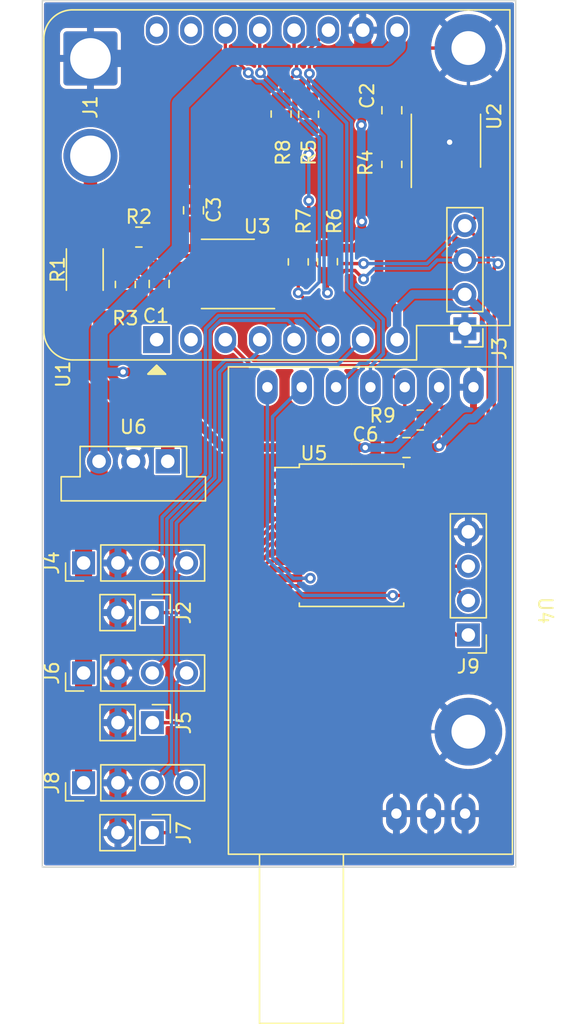
<source format=kicad_pcb>
(kicad_pcb (version 20211014) (generator pcbnew)

  (general
    (thickness 1.6)
  )

  (paper "A4")
  (layers
    (0 "F.Cu" signal)
    (31 "B.Cu" signal)
    (32 "B.Adhes" user "B.Adhesive")
    (33 "F.Adhes" user "F.Adhesive")
    (34 "B.Paste" user)
    (35 "F.Paste" user)
    (36 "B.SilkS" user "B.Silkscreen")
    (37 "F.SilkS" user "F.Silkscreen")
    (38 "B.Mask" user)
    (39 "F.Mask" user)
    (40 "Dwgs.User" user "User.Drawings")
    (41 "Cmts.User" user "User.Comments")
    (42 "Eco1.User" user "User.Eco1")
    (43 "Eco2.User" user "User.Eco2")
    (44 "Edge.Cuts" user)
    (45 "Margin" user)
    (46 "B.CrtYd" user "B.Courtyard")
    (47 "F.CrtYd" user "F.Courtyard")
    (48 "B.Fab" user)
    (49 "F.Fab" user)
  )

  (setup
    (stackup
      (layer "F.SilkS" (type "Top Silk Screen"))
      (layer "F.Paste" (type "Top Solder Paste"))
      (layer "F.Mask" (type "Top Solder Mask") (thickness 0.01))
      (layer "F.Cu" (type "copper") (thickness 0.035))
      (layer "dielectric 1" (type "core") (thickness 1.51) (material "FR4") (epsilon_r 4.5) (loss_tangent 0.02))
      (layer "B.Cu" (type "copper") (thickness 0.035))
      (layer "B.Mask" (type "Bottom Solder Mask") (thickness 0.01))
      (layer "B.Paste" (type "Bottom Solder Paste"))
      (layer "B.SilkS" (type "Bottom Silk Screen"))
      (copper_finish "None")
      (dielectric_constraints no)
    )
    (pad_to_mask_clearance 0)
    (pcbplotparams
      (layerselection 0x00010fc_ffffffff)
      (disableapertmacros false)
      (usegerberextensions true)
      (usegerberattributes false)
      (usegerberadvancedattributes false)
      (creategerberjobfile false)
      (svguseinch false)
      (svgprecision 6)
      (excludeedgelayer true)
      (plotframeref false)
      (viasonmask false)
      (mode 1)
      (useauxorigin false)
      (hpglpennumber 1)
      (hpglpenspeed 20)
      (hpglpendiameter 15.000000)
      (dxfpolygonmode true)
      (dxfimperialunits true)
      (dxfusepcbnewfont true)
      (psnegative false)
      (psa4output false)
      (plotreference true)
      (plotvalue false)
      (plotinvisibletext false)
      (sketchpadsonfab false)
      (subtractmaskfromsilk true)
      (outputformat 1)
      (mirror false)
      (drillshape 0)
      (scaleselection 1)
      (outputdirectory "gerber/")
    )
  )

  (net 0 "")
  (net 1 "Net-(C1-Pad1)")
  (net 2 "Net-(C1-Pad2)")
  (net 3 "GND")
  (net 4 "+3V3")
  (net 5 "+BATT")
  (net 6 "BTN_FAC_1")
  (net 7 "DIO_FAC_3")
  (net 8 "CLK_DISP")
  (net 9 "BTN_FAC_2")
  (net 10 "DIO_FAC_2")
  (net 11 "BTN_FAC_3")
  (net 12 "DIO_FAC_1")
  (net 13 "unconnected-(U1-Pad1)")
  (net 14 "SCL")
  (net 15 "SDA")
  (net 16 "unconnected-(U1-Pad2)")
  (net 17 "LoRa_AUX")
  (net 18 "LoRa_RX")
  (net 19 "LoRa_TX")
  (net 20 "unconnected-(U1-Pad15)")
  (net 21 "unconnected-(U1-Pad16)")
  (net 22 "LoRa_M1")
  (net 23 "LoRa_M0")
  (net 24 "+VDC")
  (net 25 "Net-(U5-Pad10)")
  (net 26 "Net-(U5-Pad11)")
  (net 27 "Net-(U5-Pad12)")
  (net 28 "unconnected-(U5-Pad13)")
  (net 29 "Net-(R4-Pad1)")
  (net 30 "+5V")

  (footprint "Capacitor_SMD:C_0805_2012Metric_Pad1.18x1.45mm_HandSolder" (layer "F.Cu") (at 146.924 99.012 180))

  (footprint "Connector_PinHeader_2.54mm:PinHeader_1x04_P2.54mm_Vertical" (layer "F.Cu") (at 151.242 90.239 180))

  (footprint "Resistor_SMD:R_0805_2012Metric_Pad1.20x1.40mm_HandSolder" (layer "F.Cu") (at 127.136 83.463 180))

  (footprint "Resistor_SMD:R_0805_2012Metric_Pad1.20x1.40mm_HandSolder" (layer "F.Cu") (at 126.136 86.963 -90))

  (footprint "Capacitor_SMD:C_0805_2012Metric_Pad1.18x1.45mm_HandSolder" (layer "F.Cu") (at 128.636 86.9255 -90))

  (footprint "Package_SO:SOIC-16W_7.5x10.3mm_P1.27mm" (layer "F.Cu") (at 142.86 105.489))

  (footprint "Capacitor_SMD:C_0805_2012Metric_Pad1.18x1.45mm_HandSolder" (layer "F.Cu") (at 131.176 81.486 90))

  (footprint "Connector_Wire:SolderWire-2.5sqmm_1x02_P7.2mm_D2.4mm_OD3.6mm" (layer "F.Cu") (at 123.556 70.266 -90))

  (footprint "Resistor_SMD:R_2010_5025Metric_Pad1.40x2.65mm_HandSolder" (layer "F.Cu") (at 123.136 85.863 -90))

  (footprint "Package_SO:SOIC-8_3.9x4.9mm_P1.27mm" (layer "F.Cu") (at 133.716 86.185 180))

  (footprint "Converter_DCDC:Converter_DCDC_muRata_OKI-78SR_Vertical" (layer "F.Cu") (at 129.271 100.028 180))

  (footprint "Resistor_SMD:R_0805_2012Metric_Pad1.20x1.40mm_HandSolder" (layer "F.Cu") (at 141.082 85.28 -90))

  (footprint "Resistor_SMD:R_0805_2012Metric_Pad1.20x1.40mm_HandSolder" (layer "F.Cu") (at 138.923 85.296 -90))

  (footprint "MountingHole:MountingHole_2.5mm_Pad" (layer "F.Cu") (at 151.5 120))

  (footprint "Connector_PinHeader_2.54mm:PinHeader_1x04_P2.54mm_Vertical" (layer "F.Cu") (at 123.048 107.5365 90))

  (footprint "Connector_PinHeader_2.54mm:PinHeader_1x02_P2.54mm_Vertical" (layer "F.Cu") (at 128.133 119.332 -90))

  (footprint "Connector_PinHeader_2.54mm:PinHeader_1x02_P2.54mm_Vertical" (layer "F.Cu") (at 128.128 111.204 -90))

  (footprint "MountingHole:MountingHole_2.5mm_Pad" (layer "F.Cu") (at 151.5 69.5))

  (footprint "Connector_PinHeader_2.54mm:PinHeader_1x04_P2.54mm_Vertical" (layer "F.Cu") (at 151.496 112.855 180))

  (footprint "Resistor_SMD:R_0805_2012Metric_Pad1.20x1.40mm_HandSolder" (layer "F.Cu") (at 145.841 78.093 -90))

  (footprint "Resistor_SMD:R_0805_2012Metric_Pad1.20x1.40mm_HandSolder" (layer "F.Cu") (at 139.685 74.39 90))

  (footprint "Connector_PinHeader_2.54mm:PinHeader_1x04_P2.54mm_Vertical" (layer "F.Cu") (at 123.048 123.777 90))

  (footprint "Connector_PinHeader_2.54mm:PinHeader_1x04_P2.54mm_Vertical" (layer "F.Cu") (at 123.048 115.6645 90))

  (footprint "Capacitor_SMD:C_0805_2012Metric_Pad1.18x1.45mm_HandSolder" (layer "F.Cu") (at 145.841 74.093 -90))

  (footprint "Connector_PinHeader_2.54mm:PinHeader_1x02_P2.54mm_Vertical" (layer "F.Cu") (at 128.128 127.46 -90))

  (footprint "Package_SO:SO-8_3.9x4.9mm_P1.27mm" (layer "F.Cu") (at 149.841 76.343 90))

  (footprint "Module:WEMOS_D1_mini_light" (layer "F.Cu") (at 128.451 91.038 90))

  (footprint "Ebyte_RF:E220-900T22D" (layer "F.Cu") (at 144.257 111.05 -90))

  (footprint "Resistor_SMD:R_0805_2012Metric_Pad1.20x1.40mm_HandSolder" (layer "F.Cu") (at 147.94 96.98 180))

  (footprint "Resistor_SMD:R_0805_2012Metric_Pad1.20x1.40mm_HandSolder" (layer "F.Cu") (at 137.653 74.374 90))

  (gr_line (start 120 66) (end 120 130) (layer "Edge.Cuts") (width 0.1) (tstamp 1749244f-e6a0-4342-aaa5-3ce8b59ab7f7))
  (gr_line (start 120 130) (end 155 130) (layer "Edge.Cuts") (width 0.1) (tstamp 204c3f1d-615e-4e36-8b5a-fcd5d9000047))
  (gr_line (start 155 66) (end 120 66) (layer "Edge.Cuts") (width 0.1) (tstamp 4cea5dc3-34a8-46e4-9742-d5e64bfbaee7))
  (gr_line (start 155 130) (end 155 66) (layer "Edge.Cuts") (width 0.1) (tstamp d4aed32c-a16e-4a67-b5ea-e6b4e840222d))
  (gr_text "LoRa AS Faction Timer\nHiabuto Defense Corp.\nV1.0 / (C) November 2022" (at 138.938 112.522 90) (layer "B.Paste") (tstamp 26ce4c3a-3cf4-45a5-b65b-00a227f60e59)
    (effects (font (size 1.5 1.5) (thickness 0.3)) (justify mirror))
  )

  (segment (start 129.779 87.031) (end 128.636 85.888) (width 0.25) (layer "F.Cu") (net 1) (tstamp 15ca2867-2123-44bb-b131-38cc30d5c8fc))
  (segment (start 130.033 88.09) (end 129.779 87.836) (width 0.25) (layer "F.Cu") (net 1) (tstamp 552922b6-4474-4748-a536-55909f445f73))
  (segment (start 128.636 85.888) (end 128.636 85.463) (width 0.25) (layer "F.Cu") (net 1) (tstamp 6a2bcc72-047b-4846-8583-1109e3552669))
  (segment (start 128.136 84.963) (end 128.136 83.463) (width 0.25) (layer "F.Cu") (net 1) (tstamp 775e8983-a723-43c5-bf00-61681f0840f3))
  (segment (start 131.241 88.09) (end 130.033 88.09) (width 0.25) (layer "F.Cu") (net 1) (tstamp 894a9030-8906-47b7-85b3-97c4dc994c1e))
  (segment (start 128.636 85.463) (end 128.136 84.963) (width 0.25) (layer "F.Cu") (net 1) (tstamp a0e7a81b-2259-4f8d-8368-ba75f2004714))
  (segment (start 129.779 87.836) (end 129.779 87.031) (width 0.25) (layer "F.Cu") (net 1) (tstamp f3cb63e2-5999-4360-a5b0-506b94346048))
  (segment (start 132.954 87.328) (end 132.446 86.82) (width 0.25) (layer "F.Cu") (net 2) (tstamp 3844fa94-0bd5-4041-8130-a3df06ceb8ff))
  (segment (start 126.136 85.963) (end 126.636 85.963) (width 0.25) (layer "F.Cu") (net 2) (tstamp 3efa2ece-8f3f-4a8c-96e9-6ab3ec6f1f70))
  (segment (start 126.636 85.963) (end 128.636 87.963) (width 0.25) (layer "F.Cu") (net 2) (tstamp 430d6d73-9de6-41ca-b788-178d709f4aae))
  (segment (start 132.446 86.82) (end 131.241 86.82) (width 0.25) (layer "F.Cu") (net 2) (tstamp 5a8bd779-67e7-4128-8870-9f94b84e535b))
  (segment (start 132.30852 88.71452) (end 132.954 88.06904) (width 0.25) (layer "F.Cu") (net 2) (tstamp aa0f0d28-173d-4ff7-8bea-281468b2ea13))
  (segment (start 129.38752 88.71452) (end 132.30852 88.71452) (width 0.25) (layer "F.Cu") (net 2) (tstamp bbde6441-468d-455a-b9b8-9e8fb17764e1))
  (segment (start 128.636 87.963) (end 129.38752 88.71452) (width 0.25) (layer "F.Cu") (net 2) (tstamp e6fa5ea2-2708-4fea-b090-e59065558b66))
  (segment (start 132.954 88.06904) (end 132.954 87.328) (width 0.25) (layer "F.Cu") (net 2) (tstamp f2106b91-aa10-4bd6-8a6a-e89dcefd64a2))
  (segment (start 150.495 78.899) (end 150.476 78.918) (width 0.25) (layer "F.Cu") (net 3) (tstamp 00efd808-ebaa-4f25-9257-0371adb426e0))
  (segment (start 144.257 77.231) (end 142.636 77.231) (width 0.25) (layer "F.Cu") (net 3) (tstamp 02a3137c-b1f1-452d-9adc-6c87be81a9aa))
  (segment (start 145.841 79.093) (end 144.658 79.093) (width 0.25) (layer "F.Cu") (net 3) (tstamp 02ab8e82-2d0c-4dba-b147-0ba61dcc9f0e))
  (segment (start 125.683489 128.634511) (end 125.588 128.539022) (width 0.25) (layer "F.Cu") (net 3) (tstamp 048f9493-abeb-44d5-8e07-c1a1d06d9a77))
  (segment (start 147.924 69.5) (end 151.5 69.5) (width 0.25) (layer "F.Cu") (net 3) (tstamp 0555104b-780e-4ebf-a66e-b525fa2e6f24))
  (segment (start 138.21 103.584) (end 136.002 103.584) (width 0.25) (layer "F.Cu") (net 3) (tstamp 06d12b55-0deb-4cd5-b61f-92d39be65add))
  (segment (start 151.242 90.239) (end 149.029 90.239) (width 0.25) (layer "F.Cu") (net 3) (tstamp 07985846-c645-416c-a132-3b64067adc30))
  (segment (start 141.252 79.093) (end 142.212 79.093) (width 1.27) (layer "F.Cu") (net 3) (tstamp 0ade6874-9b5f-4958-953d-bd388d1d5d69))
  (segment (start 125.593 119.332) (end 125.593 115.6695) (width 1.27) (layer "F.Cu") (net 3) (tstamp 10864117-6b36-486c-9f98-4c445d9ff4e4))
  (segment (start 131.445 80.1795) (end 131.445 75.184) (width 0.25) (layer "F.Cu") (net 3) (tstamp 11e43be2-9e54-41ba-931e-b30f690e061d))
  (segment (start 136.256 101.044) (end 136.002 101.298) (width 0.25) (layer "F.Cu") (net 3) (tstamp 13d0af0d-8fe6-4b46-a661-86f287230e8a))
  (segment (start 147.936 78.918) (end 147.079 78.918) (width 0.25) (layer "F.Cu") (net 3) (tstamp 1a2f43c6-e1cf-4150-a906-5c0c50cd7a11))
  (segment (start 144.257 75.517) (end 144.6435 75.1305) (width 0.25) (layer "F.Cu") (net 3) (tstamp 2013a229-0b8c-4105-b740-ebff66e1ac4e))
  (segment (start 125.588 115.6645) (end 125.588 111.204) (width 1.27) (layer "F.Cu") (net 3) (tstamp 236ebb2e-08fd-42a3-998d-f3651a224d14))
  (segment (start 129.94148 85.38752) (end 130.10396 85.55) (width 0.25) (layer "F.Cu") (net 3) (tstamp 2a0a676e-2e60-41ef-8157-c73868f8c26c))
  (segment (start 149.206 80.537) (end 148.6535 81.0895) (width 0.25) (layer "F.Cu") (net 3) (tstamp 2b8f0eea-4e0b-422d-9505-78b65c347caf))
  (segment (start 125.588 109.426) (end 125.588 107.5365) (width 1.27) (layer "F.Cu") (net 3) (tstamp 2c7c0bf9-b88b-4a29-99f5-e105fe40bded))
  (segment (start 146.812 83.693) (end 146.812 87.249) (width 1.27) (layer "F.Cu") (net 3) (tstamp 2d233d57-736e-4e68-8e1d-101d5cda6c1c))
  (segment (start 126.527 70.266) (end 131.445 75.184) (width 1.27) (layer "F.Cu") (net 3) (tstamp 2f32e74e-6d6d-450e-8f3d-b6fc4e70c684))
  (segment (start 136.002 103.457) (end 133.208 106.251) (width 0.25) (layer "F.Cu") (net 3) (tstamp 2f9e97f9-4ef3-4859-ba35-2e4a77c29edd))
  (segment (start 136.002 103.584) (end 136.002 103.457) (width 0.25) (layer "F.Cu") (net 3) (tstamp 318deff9-de96-46fd-a4d1-7f7398f1421b))
  (segment (start 141.252 79.093) (end 142.24 78.105) (width 1.27) (layer "F.Cu") (net 3) (tstamp 37f5f4ac-be45-488c-a2e2-ce9453b7dc8a))
  (segment (start 132.033489 128.634511) (end 125.683489 128.634511) (width 0.25) (layer "F.Cu") (net 3) (tstamp 3c7f5046-d10b-4d23-aab6-4f126bf31037))
  (segment (start 138.148 126.05) (end 134.618 126.05) (width 0.25) (layer "F.Cu") (net 3) (tstamp 3e75e8db-7b92-4c17-a4b0-ddafce145c94))
  (segment (start 144.658 79.093) (end 144.257 78.692) (width 0.25) (layer "F.Cu") (net 3) (tstamp 41135709-b93a-4432-aae4-18c34ca1c671))
  (segment (start 145.8865 101.5735) (end 145.146 102.314) (width 0.25) (layer "F.Cu") (net 3) (tstamp 4193d205-5b16-4e08-9afd-469142c74b4e))
  (segment (start 149.206 78.918) (end 147.936 78.918) (width 0.25) (layer "F.Cu") (net 3) (tstamp 425e85ea-009d-440a-8635-c47a434879f6))
  (segment (start 142.24 76.835) (end 142.24 71.882) (width 1.27) (layer "F.Cu") (net 3) (tstamp 43898aec-101e-4980-8d82-d429a940755d))
  (segment (start 125.588 128.539022) (end 125.588 127.46) (width 0.25) (layer "F.Cu") (net 3) (tstamp 46910caa-9bf3-4d92-a8e7-5ef91733196b))
  (segment (start 132.954 85.55) (end 134.224 86.82) (width 0.25) (layer "F.Cu") (net 3) (tstamp 4b2e2f01-9edc-4dca-8d0b-13a1306a0b4b))
  (segment (start 142.24 71.882) (end 143.764 70.358) (width 1.27) (layer "F.Cu") (net 3) (tstamp 50fd0d9e-f456-471d-8144-f18ffd98e314))
  (segment (start 146.904 79.093) (end 145.841 79.093) (width 0.25) (layer "F.Cu") (net 3) (tstamp 523e0acc-da36-428b-9682-5bf2258a1e74))
  (segment (start 144.257 78.692) (end 144.257 77.231) (width 0.25) (layer "F.Cu") (net 3) (tstamp 5271f873-2fb7-4278-9720-80c1b44a3cfd))
  (segment (start 133.208 106.65751) (end 130.43951 109.426) (width 0.25) (layer "F.Cu") (net 3) (tstamp 53a3038a-4311-44af-b1de-145ca08b93f5))
  (segment (start 131.176 80.4485) (end 129.94148 81.68302) (width 0.25) (layer "F.Cu") (net 3) (tstamp 5533e9b3-2d6c-4b75-911e-51b2214e8c06))
  (segment (start 148.6535 81.0895) (end 144.2085 81.0895) (width 0.25) (layer "F.Cu") (net 3) (tstamp 557811b1-db36-47ec-8846-7090e7f324b8))
  (segment (start 142.636 77.231) (end 142.24 76.835) (width 0.25) (layer "F.Cu") (net 3) (tstamp 55f41b12-e993-400e-b5d0-cda0b9dc4c5f))
  (segment (start 125.593 115.6695) (end 125.588 115.6645) (width 1.27) (layer "F.Cu") (net 3) (tstamp 5778e10e-3347-4b63-bfde-51d8183229b0))
  (segment (start 138.21 125.988) (end 138.148 126.05) (width 0.25) (layer "F.Cu") (net 3) (tstamp 683c5505-becc-45a5-88df-e0a72273db17))
  (segment (start 133.208 106.251) (end 133.208 106.65751) (width 0.25) (layer "F.Cu") (net 3) (tstamp 6cccbe29-4636-4950-8c7b-7a8eb0b24cbc))
  (segment (start 125.588 105.743) (end 126.731 104.6) (width 1.27) (layer "F.Cu") (net 3) (tstamp 6e739367-4d3f-484e-87ec-346cf8076b27))
  (segment (start 146.177 126.05) (end 138.148 126.05) (width 0.25) (layer "F.Cu") (net 3) (tstamp 6efb220a-f32f-4fba-87c6-646bef2bf0cd))
  (segment (start 150.114 77.089) (end 150.495 77.47) (width 0.25) (layer "F.Cu") (net 3) (tstamp 6f79164a-ca63-4219-8918-281bfcb8510a))
  (segment (start 149.029 90.239) (end 146.812 88.022) (width 0.25) (layer "F.Cu") (net 3) (tstamp 723772b4-a82e-46db-9d73-eb18a7c92e4f))
  (segment (start 143.691 70.285) (end 143.691 68.178) (width 1.27) (layer "F.Cu") (net 3) (tstamp 74f59410-d7c9-4f10-af8e-1d8a709f9180))
  (segment (start 151.877 92.916) (end 151.242 92.281) (width 0.25) (layer "F.Cu") (net 3) (tstamp 755ad1ca-183d-4a8e-ad50-e8785d116a27))
  (segment (start 148.717 126.05) (end 146.177 126.05) (width 0.25) (layer "F.Cu") (net 3) (tstamp 78728929-ff01-49ea-857f-52106a6d4135))
  (segment (start 145.8865 99.012) (end 145.8865 101.5735) (width 0.25) (layer "F.Cu") (net 3) (tstamp 81f5b45d-e937-455f-a807-0d04bedf1c7f))
  (segment (start 144.6435 75.1305) (end 145.841 75.1305) (width 0.25) (layer "F.Cu") (net 3) (tstamp 82f38568-7fb1-425d-8f24-893803ad0b80))
  (segment (start 138.21 109.934) (end 138.21 125.988) (width 0.25) (layer "F.Cu") (net 3) (tstamp 874c0955-fee0-4f00-8350-8bbaa21b2b62))
  (segment (start 145.146 102.314) (end 138.21 102.314) (width 0.25) (layer "F.Cu") (net 3) (tstamp 874f31a7-ea56-49cc-bf18-7b2bc68f42b5))
  (segment (start 147.079 78.918) (end 146.904 79.093) (width 0.25) (layer "F.Cu") (net 3) (tstamp 8c7e68f0-f4ba-4cb7-81a9-4b3e2608b9ba))
  (segment (start 125.588 119.337) (end 125.593 119.332) (width 1.27) (layer "F.Cu") (net 3) (tstamp 90c4c72f-583b-4f3f-9010-af0e05aa12cf))
  (segment (start 147.266 70.158) (end 147.924 69.5) (width 0.25) (layer "F.Cu") (net 3) (tstamp 941355d9-cc60-4d1c-bba6-4078a30529f4))
  (segment (start 125.588 127.46) (end 125.588 123.777) (width 1.27) (layer "F.Cu") (net 3) (tstamp 94979294-58f1-45cf-861c-a1d9abf6b6a1))
  (segment (start 142.212 79.093) (end 144.2085 81.0895) (width 1.27) (layer "F.Cu") (net 3) (tstamp 9728f2ac-d18e-4e64-80f0-36bf86aa0357))
  (segment (start 146.812 88.022) (end 146.812 87.249) (width 0.25) (layer "F.Cu") (net 3) (tstamp 983eed90-32b1-432e-a36f-f9ca56bf3fa5))
  (segment (start 138.21 101.044) (end 136.256 101.044) (width 0.25) (layer "F.Cu") (net 3) (tstamp 98417598-1ab4-4a61-b286-ed0798e8b269))
  (segment (start 125.588 107.5365) (end 125.588 105.743) (width 1.27) (layer "F.Cu") (net 3) (tstamp 9a22724d-c343-4a05-ba0a-0b9d4a310b4a))
  (segment (start 131.445 75.184) (end 135.354 79.093) (width 1.27) (layer "F.Cu") (net 3) (tstamp 9c3c3f87-71dd-459e-adc1-f9a46f7289f6))
  (segment (start 136.002 101.298) (end 136.002 102.314) (width 0.25) (layer "F.Cu") (net 3) (tstamp a2a410e7-ae0f-43e9-a08c-af89f7de2c77))
  (segment (start 123.556 70.266) (end 126.527 70.266) (width 1.27) (layer "F.Cu") (net 3) (tstamp a6893bd5-f260-4563-9033-51242ba5bd1b))
  (segment (start 131.241 85.55) (end 132.954 85.55) (width 0.25) (layer "F.Cu") (net 3) (tstamp aebe3d77-2740-4176-b7b3-16f89d45ba22))
  (segment (start 136.002 102.314) (end 138.21 102.314) (width 0.25) (layer "F.Cu") (net 3) (tstamp bdf122af-dbaf-4f67-abd2-118c9bd04dd3))
  (segment (start 143.691 68.178) (end 143.691 70.158) (width 0.25) (layer "F.Cu") (net 3) (tstamp c13dd0e5-49ec-4f39-8c5b-f64c54d45afa))
  (segment (start 125.588 123.777) (end 125.588 119.337) (width 1.27) (layer "F.Cu") (net 3) (tstamp c22b862f-8533-422e-a2e5-588b3d5a7475))
  (segment (start 134.224 86.82) (end 136.191 86.82) (width 0.25) (layer "F.Cu") (net 3) (tstamp c4043e6a-0020-47a2-9211-c104af00bff3))
  (segment (start 125.588 111.204) (end 125.588 109.426) (width 1.27) (layer "F.Cu") (net 3) (tstamp c43dcb5f-cc72-43fb-8053-6b521bc1b8ee))
  (segment (start 150.114 76.454) (end 150.114 77.089) (width 0.25) (layer "F.Cu") (net 3) (tstamp cccdd42d-5b5e-4b2a-98fd-ac3fa5a22c14))
  (segment (start 151.746 78.918) (end 150.476 78.918) (width 0.25) (layer "F.Cu") (net 3) (tstamp cd158472-09e9-4d28-b5c9-17f0928cbaaa))
  (segment (start 150.495 77.47) (end 150.495 78.899) (width 0.25) (layer "F.Cu") (net 3) (tstamp cd904fde-884f-489c-bafe-13dcf58ca270))
  (segment (start 130.43951 109.426) (end 125.588 109.426) (width 0.25) (layer "F.Cu") (net 3) (tstamp cfa64fce-20fc-46ed-9dd0-a3b4420cae68))
  (segment (start 143.691 70.158) (end 147.266 70.158) (width 0.25) (layer "F.Cu") (net 3) (tstamp d0139650-17d9-4c98-a5c3-f6a1511f85f6))
  (segment (start 129.94148 81.68302) (end 129.94148 85.38752) (width 0.25) (layer "F.Cu") (net 3) (tstamp d396caf5-01cc-4a06-9ddc-e6a0fc3d554e))
  (segment (start 149.206 78.918) (end 149.206 80.537) (width 0.25) (layer "F.Cu") (net 3) (tstamp d98a7323-aa7c-4405-9d4a-281fb6a15d87))
  (segment (start 135.354 79.093) (end 141.252 79.093) (width 1.27) (layer "F.Cu") (net 3) (tstamp d9969fbf-35d2-4e51-8af9-4be7ea6a102a))
  (segment (start 144.257 77.231) (end 144.257 75.517) (width 0.25) (layer "F.Cu") (net 3) (tstamp da1c16cc-1801-43db-8f21-2fdcbd2ffae7))
  (segment (start 136.002 103.457) (end 136.002 102.314) (width 0.25) (layer "F.Cu") (net 3) (tstamp da6e969a-a7a5-4e44-82d9-53a2ce63fa18))
  (segment (start 136.191 88.09) (end 136.191 86.82) (width 0.25) (layer "F.Cu") (net 3) (tstamp e5497ff5-dd81-4501-b59e-6f0bc9362090))
  (segment (start 151.242 92.281) (end 151.242 90.239) (width 0.25) (layer "F.Cu") (net 3) (tstamp e5c4563f-a400-4007-8c74-6b8dc25b545e))
  (segment (start 134.618 126.05) (end 132.033489 128.634511) (width 0.25) (layer "F.Cu") (net 3) (tstamp e6fe756d-fab0-4dc6-836f-fd03e1074a05))
  (segment (start 151.877 94.55) (end 151.877 92.916) (width 0.25) (layer "F.Cu") (net 3) (tstamp e75059b0-e839-4461-b716-10520d0fc841))
  (segment (start 151.257 126.05) (end 148.717 126.05) (width 0.25) (layer "F.Cu") (net 3) (tstamp eca26540-b5eb-4d97-a381-8d8d9abb3016))
  (segment (start 142.24 78.105) (end 142.24 76.835) (width 1.27) (layer "F.Cu") (net 3) (tstamp f08b7a13-6602-4e2b-af41-f25ffa9d0be4))
  (segment (start 150.476 78.918) (end 149.206 78.918) (width 0.25) (layer "F.Cu") (net 3) (tstamp f1b99660-8f8f-4ba4-a615-91cb0be8ce35))
  (segment (start 126.731 104.6) (end 126.731 100.028) (width 1.27) (layer "F.Cu") (net 3) (tstamp f44aa10b-cf82-4b39-b64a-60aacb26b8ee))
  (segment (start 143.764 70.358) (end 143.691 70.285) (width 1.27) (layer "F.Cu") (net 3) (tstamp f4b5a2c3-da51-4603-b28c-bc7691f10604))
  (segment (start 144.2085 81.0895) (end 146.812 83.693) (width 1.27) (layer "F.Cu") (net 3) (tstamp f56d4063-919e-4dd1-8a0f-c6ba496d48eb))
  (segment (start 131.176 80.4485) (end 131.445 80.1795) (width 0.25) (layer "F.Cu") (net 3) (tstamp f957c373-b32a-4d48-95b6-ee2f94d3bb4b))
  (segment (start 130.10396 85.55) (end 131.241 85.55) (width 0.25) (layer "F.Cu") (net 3) (tstamp fc40ec36-6572-47e1-a742-56fb82a080b6))
  (via (at 150.114 76.454) (size 0.8) (drill 0.4) (layers "F.Cu" "B.Cu") (net 3) (tstamp 6865f33e-5f44-4bb4-8876-a58f89f83813))
  (segment (start 121.92 102.362) (end 121.92 91.948) (width 1.27) (layer "B.Cu") (net 3) (tstamp 0f55b3b9-5812-4aab-9896-763fb9fab053))
  (segment (start 127.762 70.358) (end 127.67 70.266) (width 1.27) (layer "B.Cu") (net 3) (tstamp 1a4b7aa9-5905-4233-bfbc-bc7b9345184c))
  (segment (start 147.813 120) (end 147.701 119.888) (width 0.25) (layer "B.Cu") (net 3) (tstamp 3357e725-2deb-4c75-a8e8-8c0798d431e9))
  (segment (start 126.731 100.028) (end 126.731 101.742) (width 1.27) (layer "B.Cu") (net 3) (tstamp 33e89458-5319-473a-954f-5d7b40f0091c))
  (segment (start 151.5 120) (end 147.813 120) (width 0.25) (layer "B.Cu") (net 3) (tstamp 349394df-5689-4e1a-b568-733f08665466))
  (segment (start 151.5 69.5) (end 151.5 75.068) (width 0.25) (layer "B.Cu") (net 3) (tstamp 3ff4471a-d9da-4126-af01-ea9a764303aa))
  (segment (start 147.701 117.602) (end 148.717 116.586) (width 0.25) (layer "B.Cu") (net 3) (tstamp 41fc99c9-3766-40d6-baf6-cbc4588ee446))
  (segment (start 121.92 89.154) (end 121.92 88.138) (width 1.27) (layer "B.Cu") (net 3) (tstamp 4a18e25f-7a40-4784-87de-0b515ffb010d))
  (segment (start 127.762 82.296) (end 127.762 70.358) (width 1.27) (layer "B.Cu") (net 3) (tstamp 53402558-2490-4e88-b25b-815849e914df))
  (segment (start 121.92 88.138) (end 127.762 82.296) (width 1.27) (layer "B.Cu") (net 3) (tstamp 638f5a77-5659-43bb-8f55-e0a8ca2f57e6))
  (segment (start 147.701 119.888) (end 147.701 117.602) (width 0.25) (layer "B.Cu") (net 3) (tstamp 6cca216b-5077-4954-a965-59a1c31a9198))
  (segment (start 121.92 91.948) (end 121.92 89.154) (width 1.27) (layer "B.Cu") (net 3) (tstamp 6d94be0e-eae5-4931-9868-54bc513061d6))
  (segment (start 148.717 105.855) (end 148.717 116.586) (width 0.25) (layer "B.Cu") (net 3) (tstamp 7f09b3fd-7df4-4683-a64f-5111958c805e))
  (segment (start 147.701 121.412) (end 147.701 119.888) (width 0.25) (layer "B.Cu") (net 3) (tstamp 840a1e2e-f397-48a7-b699-4032dcccb787))
  (segment (start 151.496 105.235) (end 149.337 105.235) (width 0.25) (layer "B.Cu") (net 3) (tstamp 8e0347f5-cd80-4453-a15f-d650bd3cc941))
  (segment (start 122.555 102.997) (end 121.92 102.362) (width 1.27) (layer "B.Cu") (net 3) (tstamp 9e53362d-8ee5-487a-b46c-0ea0a679b2dd))
  (segment (start 149.337 105.235) (end 148.717 105.855) (width 0.25) (layer "B.Cu") (net 3) (tstamp a4fe8ebc-3e09-49f3-a6c7-2674382320e6))
  (segment (start 126.731 101.742) (end 125.476 102.997) (width 1.27) (layer "B.Cu") (net 3) (tstamp a7095ed1-4457-4759-8113-4013b7bd479a))
  (segment (start 127.67 70.266) (end 123.556 70.266) (width 1.27) (layer "B.Cu") (net 3) (tstamp bef086b0-a298-48a2-b730-3e63fc16475c))
  (segment (start 148.717 122.428) (end 148.717 126.05) (width 0.25) (layer "B.Cu") (net 3) (tstamp c6b77e9c-655e-40fe-9e1d-73816dca1e1d))
  (segment (start 148.717 122.428) (end 147.701 121.412) (width 0.25) (layer "B.Cu") (net 3) (tstamp c9f048d5-2459-4bb3-8dac-8cbf140134de))
  (segment (start 151.5 75.068) (end 150.114 76.454) (width 0.25) (layer "B.Cu") (net 3) (tstamp ce9aa4c0-4504-4a0d-8ccf-449927b83544))
  (segment (start 125.476 102.997) (end 122.555 102.997) (width 1.27) (layer "B.Cu") (net 3) (tstamp e3a36294-ff5e-4028-a2bc-7800899d55d8))
  (segment (start 139.7 81.26) (end 138.4365 82.5235) (width 0.25) (layer "F.Cu") (net 4) (tstamp 0072ba71-a7b0-4ea9-a9eb-7ed9defd9bb1))
  (segment (start 145.841 73.0555) (end 144.3055 73.0555) (width 0.635) (layer "F.Cu") (net 4) (tstamp 0901c858-d0e3-4ff7-8169-26c87977182d))
  (segment (start 148.94 96.98) (end 148.94 97.853) (width 0.25) (layer "F.Cu") (net 4) (tstamp 11f35150-c68f-45c9-b0e7-a3077c9cda33))
  (segment (start 131.176 82.5235) (end 138.4365 82.5235) (width 0.635) (layer "F.Cu") (net 4) (tstamp 14bda08b-d391-490f-9a11-8e3c9868bcb9))
  (segment (start 146.231 88.91) (end 146.231 91.038) (width 0.635) (layer "F.Cu") (net 4) (tstamp 286eade6-816f-4fc1-85e0-f795aa40b88d))
  (segment (start 146.6215 73.0555) (end 147.334 73.768) (width 0.635) (layer "F.Cu") (net 4) (tstamp 2e83d9d1-8812-4ce3-a8f2-0855482883e2))
  (segment (start 139.685 77.328) (end 139.7 77.343) (width 0.25) (layer "F.Cu") (net 4) (tstamp 39383f40-80c3-422f-a3e5-c1a7d6da66ec))
  (segment (start 131.241 84.28) (end 131.241 82.5885) (width 0.635) (layer "F.Cu") (net 4) (tstamp 39fecdd6-9db0-47f7-9478-7d5bd31e17f4))
  (segment (start 144.892 87.571) (end 146.231 88.91) (width 0.635) (layer "F.Cu") (net 4) (tstamp 41a8491b-c98f-420f-9fb6-b4c26a1bfcdc))
  (segment (start 143.622 73.739) (end 143.622 75.151947) (width 0.635) (layer "F.Cu") (net 4) (tstamp 4b7adb1e-dc7c-4de0-9fa5-294f7d2bec32))
  (segment (start 137.653 75.374) (end 139.669 75.374) (width 0.25) (layer "F.Cu") (net 4) (tstamp 5646ee62-f453-4dfe-91a8-50a0a1fc8c60))
  (segment (start 145.841 73.0555) (end 146.6215 73.0555) (width 0.635) (layer "F.Cu") (net 4) (tstamp 59d611e3-f9b7-4e4a-a552-b3bedcb9c476))
  (segment (start 144.3055 73.0555) (end 143.622 73.739) (width 0.635) (layer "F.Cu") (net 4) (tstamp 5af73b59-bc28-455c-95ef-f10621de2e96))
  (segment (start 138.4365 82.5235) (end 138.923 83.01) (width 0.635) (layer "F.Cu") (net 4) (tstamp 5f1f2f80-459b-49f7-9027-b36e85f5480f))
  (segment (start 144.892 85.804) (end 144.892 87.571) (width 0.635) (layer "F.Cu") (net 4) (tstamp 622655f1-077d-4fcf-acc2-a4976cb4f9ba))
  (segment (start 138.923 83.01) (end 138.923 84.296) (width 0.635) (layer "F.Cu") (net 4) (tstamp 74430bc2-ca58-4865-878b-e90e2218051e))
  (segment (start 148.94 97.853) (end 149.337 98.25) (width 0.25) (layer "F.Cu") (net 4) (tstamp 762f9b21-a8ee-4a88-9317-9e82c064d0ae))
  (segment (start 141.844 84.28) (end 143.114 84.28) (width 0.635) (layer "F.Cu") (net 4) (tstamp 77c2c273-c7c0-411b-96eb-993f9edc89c1))
  (segment (start 147.9615 99.012) (end 147.9615 100.5925) (width 0.635) (layer "F.Cu") (net 4) (tstamp 7e97b0c7-7a87-4fb6-a93c-a6e251940509))
  (segment (start 139.669 75.374) (end 139.685 75.39) (width 0.25) (layer "F.Cu") (net 4) (tstamp 837d2f07-e517-4ff0-8274-8379c0e4c848))
  (segment (start 143.622 83.772) (end 143.622 82.311) (width 0.635) (layer "F.Cu") (net 4) (tstamp 8d122ec8-2ac7-43b0-a391-461b51ecef74))
  (segment (start 147.9615 100.5925) (end 147.51 101.044) (width 0.635) (layer "F.Cu") (net 4) (tstamp 8ef1608d-e583-4202-a7a7-7a482183b85f))
  (segment (start 143.622 83.772) (end 144.892 85.042) (width 0.635) (layer "F.Cu") (net 4) (tstamp 988e541a-d6d0-4cc6-8092-f62148e4e085))
  (segment (start 141.844 84.28) (end 138.939 84.28) (width 0.635) (layer "F.Cu") (net 4) (tstamp 9f2fe40f-9db7-461a-b625-26f54ae30800))
  (segment (start 143.622 75.151947) (end 143.5845 75.189447) (width 0.635) (layer "F.Cu") (net 4) (tstamp a2433777-11f2-4eb1-89e1-3c7d084b487b))
  (segment (start 149.337 98.25) (end 149.337 98.885) (width 0.25) (layer "F.Cu") (net 4) (tstamp a94073c6-de06-4dc7-8d6f-334d9d843833))
  (segment (start 144.892 85.042) (end 144.892 85.804) (width 0.635) (layer "F.Cu") (net 4) (tstamp b783de20-4012-40c8-8099-f3d1f5154f2b))
  (segment (start 149.21 99.012) (end 149.337 98.885) (width 0.635) (layer "F.Cu") (net 4) (tstamp be0309c8-1adc-469d-8aaa-ae231359d590))
  (segment (start 139.7 80.772) (end 139.7 81.26) (width 0.25) (layer "F.Cu") (net 4) (tstamp d1704fba-d1ab-4400-867e-0927d0ff6591))
  (segment (start 147.334 73.768) (end 147.936 73.768) (width 0.635) (layer "F.Cu") (net 4) (tstamp d4145336-d508-43c5-8884-86d9450060e9))
  (segment (start 139.685 75.39) (end 139.685 77.328) (width 0.25) (layer "F.Cu") (net 4) (tstamp d5ba225e-3b99-4a05-92ff-d20366c7b769))
  (segment (start 138.923 84.296) (end 138.9445 84.2745) (width 0.25) (layer "F.Cu") (net 4) (tstamp d732d84e-c0b4-4920-afbb-63959eddf2b4))
  (segment (start 143.114 84.28) (end 143.622 83.772) (width 0.635) (layer "F.Cu") (net 4) (tstamp e886dc79-5c35-4f7b-9e0d-e7309999baa8))
  (segment (start 138.939 84.28) (end 138.923 84.296) (width 0.635) (layer "F.Cu") (net 4) (tstamp e966d5b6-fd1a-4f03-9ff2-6bde4380d4a3))
  (segment (start 131.241 82.5885) (end 131.176 82.5235) (width 0.635) (layer "F.Cu") (net 4) (tstamp ec6cd8b3-495c-4bfa-bd0a-007e1192d9e9))
  (segment (start 147.9615 99.012) (end 149.21 99.012) (width 0.635) (layer "F.Cu") (net 4) (tstamp f5be3687-efd2-4f50-ae18-0b46cb30af5b))
  (via (at 149.337 98.885) (size 0.8) (drill 0.4) (layers "F.Cu" "B.Cu") (net 4) (tstamp 032ecfb8-2e0d-45f8-a219-c89b55c9591b))
  (via (at 143.5845 75.189447) (size 0.8) (drill 0.4) (layers "F.Cu" "B.Cu") (net 4) (tstamp 422f3d24-3c09-4527-b738-88efb5131847))
  (via (at 143.622 82.311) (size 0.8) (drill 0.4) (layers "F.Cu" "B.Cu") (net 4) (tstamp 5c1fa9d0-3740-499c-abaa-b2e53e11dd5f))
  (via (at 139.7 77.343) (size 0.8) (drill 0.4) (layers "F.Cu" "B.Cu") (net 4) (tstamp 6e4cc567-d5ce-4e86-b7ac-aa9aaa1840a2))
  (via (at 139.7 80.772) (size 0.8) (drill 0.4) (layers "F.Cu" "B.Cu") (net 4) (tstamp aa360e65-8913-4592-be10-a248c27d89d2))
  (segment (start 146.231 88.846) (end 146.231 91.038) (width 0.635) (layer "B.Cu") (net 4) (tstamp 175e4d9c-542d-4a9c-81a9-c2dcc3b30f79))
  (segment (start 143.5845 75.189447) (end 143.5845 82.2735) (width 0.635) (layer "B.Cu") (net 4) (tstamp 519046f2-3eea-4b9a-9ae3-df665b132aeb))
  (segment (start 153.274 89.731) (end 151.242 87.699) (width 0.635) (layer "B.Cu") (net 4) (tstamp 59956d61-25eb-4ecd-97d1-a90c6d2ad46e))
  (segment (start 151.890807 96.853) (end 153.274 95.469807) (width 0.635) (layer "B.Cu") (net 4) (tstamp 605a7afd-1acb-4850-97e3-50e6e75bd255))
  (segment (start 151.242 87.699) (end 147.378 87.699) (width 0.635) (layer "B.Cu") (net 4) (tstamp 86b4919c-a6e4-4a4d-a1ed-28beea243009))
  (segment (start 139.7 77.343) (end 139.7 80.772) (width 0.25) (layer "B.Cu") (net 4) (tstamp 911197ae-ac58-4615-8a1a-ac4466dcf8de))
  (segment (start 153.274 95.469807) (end 153.274 89.731) (width 0.635) (layer "B.Cu") (net 4) (tstamp a1e179b1-031c-4153-b678-b0be8e988722))
  (segment (start 147.378 87.699) (end 146.231 88.846) (width 0.635) (layer "B.Cu") (net 4) (tstamp abfe1d0e-5083-4457-afc8-b47cda47006c))
  (segment (start 151.369 96.853) (end 151.890807 96.853) (width 0.635) (layer "B.Cu") (net 4) (tstamp cb2cf0f7-f737-4c16-8b92-f4df637c471a))
  (segment (start 149.337 98.885) (end 151.369 96.853) (width 0.635) (layer "B.Cu") (net 4) (tstamp e0292f23-7dec-47cf-aba1-04fd13721e51))
  (segment (start 143.5845 82.2735) (end 143.622 82.311) (width 0.635) (layer "B.Cu") (net 4) (tstamp f122fb4b-2897-4b49-ad20-d2111f9259f2))
  (segment (start 123.136 83.463) (end 123.136 81.037) (width 1) (layer "F.Cu") (net 5) (tstamp 10935d27-11b4-4fa6-8e6d-0402328504f2))
  (segment (start 123.136 81.037) (end 123.556 80.617) (width 1) (layer "F.Cu") (net 5) (tstamp 645c0f86-a756-4cdb-ab0c-91aee75a36f7))
  (segment (start 123.136 83.463) (end 126.136 83.463) (width 1) (layer "F.Cu") (net 5) (tstamp eb391a95-1c1d-4613-b508-c76b8bc13a73))
  (segment (start 123.556 80.617) (end 123.556 77.466) (width 1) (layer "F.Cu") (net 5) (tstamp fbe93fd9-25ec-413a-b669-841b89d45392))
  (segment (start 135.35696 110.19804) (end 135.35696 106.38804) (width 0.25) (layer "F.Cu") (net 6) (tstamp 51b62aec-9551-4b57-b426-97ed1f185d9d))
  (segment (start 134.351 111.204) (end 135.35696 110.19804) (width 0.25) (layer "F.Cu") (net 6) (tstamp 6ace5597-a8d7-4eb4-be62-a8b643dedb6d))
  (segment (start 135.35696 106.38804) (end 136.891 104.854) (width 0.25) (layer "F.Cu") (net 6) (tstamp 97e9100c-0502-419a-8d10-3263d09fc477))
  (segment (start 136.891 104.854) (end 138.21 104.854) (width 0.25) (layer "F.Cu") (net 6) (tstamp c013f98b-0ce2-41e6-a548-47670f0b49cf))
  (segment (start 128.128 111.204) (end 134.351 111.204) (width 0.25) (layer "F.Cu") (net 6) (tstamp cd2606c1-5498-42f5-a0f0-6f8a30e2b186))
  (segment (start 129.023852 103.971852) (end 132.05696 100.938744) (width 0.25) (layer "B.Cu") (net 7) (tstamp 15a980bf-7ea7-4a04-b208-1437427037b6))
  (segment (start 132.05696 100.938744) (end 132.056961 90.227432) (width 0.25) (layer "B.Cu") (net 7) (tstamp 3b35f29d-3070-43ef-8df3-07b5ec812566))
  (segment (start 128.852991 104.142714) (end 129.023852 103.971852) (width 0.25) (layer "B.Cu") (net 7) (tstamp 4ee185e9-2f00-49a7-a485-d08af5e5e76e))
  (segment (start 133.019914 89.26448) (end 139.37748 89.26448) (width 0.25) (layer "B.Cu") (net 7) (tstamp 531f6d96-9be4-4410-bb89-c4f16660e7b5))
  (segment (start 128.852991 106.811509) (end 128.852991 104.142714) (width 0.25) (layer "B.Cu") (net 7) (tstamp 5a215dd2-0098-4751-9db3-5f5820895458))
  (segment (start 132.056961 90.227432) (end 133.019914 89.26448) (width 0.25) (layer "B.Cu") (net 7) (tstamp 7c90e04e-e244-40ae-a026-fe39dba8f6a0))
  (segment (start 139.37748 89.26448) (end 141.151 91.038) (width 0.25) (layer "B.Cu") (net 7) (tstamp cb8ab192-b535-4155-9362-d611da882d48))
  (segment (start 128.128 107.5365) (end 128.852991 106.811509) (width 0.25) (layer "B.Cu") (net 7) (tstamp d7a19547-c6a0-4914-85ae-e580f1795a0d))
  (segment (start 130.668 115.6645) (end 130.6525 115.6645) (width 0.25) (layer "B.Cu") (net 8) (tstamp 0da6e249-2305-4518-bf93-cc9ccae612e5))
  (segment (start 133.105519 101.373073) (end 133.105519 93.441777) (width 0.25) (layer "B.Cu") (net 8) (tstamp 19415055-5e7b-470c-aef0-d28867224113))
  (segment (start 133.662776 92.88452) (end 141.84448 92.88452) (width 0.25) (layer "B.Cu") (net 8) (tstamp 2ab4147c-5e37-45aa-b469-1ae5cc32940e))
  (segment (start 130.6525 115.6645) (end 129.901551 116.415449) (width 0.25) (layer "B.Cu") (net 8) (tstamp 43939e2e-66ff-4164-be70-e001193f7dd1))
  (segment (start 129.901551 108.302949) (end 129.901551 114.898051) (width 0.25) (layer "B.Cu") (net 8) (tstamp 47312587-0635-42aa-b616-4884c25f5d71))
  (segment (start 130.668 107.521) (end 129.901551 106.754551) (width 0.25) (layer "B.Cu") (net 8) (tstamp 5ab0f846-44d7-4a8f-b8bd-fc0ff41065a2))
  (segment (start 129.901551 104.577041) (end 133.105519 101.373073) (width 0.25) (layer "B.Cu") (net 8) (tstamp 6799179c-83f3-417e-9b57-5189f7ad96cb))
  (segment (start 129.901551 116.415449) (end 129.901551 123.010551) (width 0.25) (layer "B.Cu") (net 8) (tstamp 746ccff9-05ff-4207-9a90-c9a36a5eb68b))
  (segment (start 130.668 107.5365) (end 130.668 107.521) (width 0.25) (layer "B.Cu") (net 8) (tstamp 90e90294-66c8-4609-bfb0-8ff86480f89d))
  (segment (start 129.901551 123.010551) (end 130.668 123.777) (width 0.25) (layer "B.Cu") (net 8) (tstamp a0763d0e-179e-4e33-96a6-a7c1fed1e92b))
  (segment (start 133.105519 93.441777) (end 133.662776 92.88452) (width 0.25) (layer "B.Cu") (net 8) (tstamp a2f553d7-6fab-4e5f-9980-3d30da6e00f2))
  (segment (start 129.901551 106.754551) (end 129.901551 104.577041) (width 0.25) (layer "B.Cu") (net 8) (tstamp aeb9fb16-f6db-4390-9129-2378f922d8fe))
  (segment (start 141.84448 92.88452) (end 143.691 91.038) (width 0.25) (layer "B.Cu") (net 8) (tstamp c2f62722-6a25-4e24-a3b6-49be9d7b375c))
  (segment (start 129.901551 114.898051) (end 130.668 115.6645) (width 0.25) (layer "B.Cu") (net 8) (tstamp dafc59ad-0d94-420c-a77b-677eb6ae09a2))
  (segment (start 130.668 107.5365) (end 129.901551 108.302949) (width 0.25) (layer "B.Cu") (net 8) (tstamp e94b33c6-1f1d-459f-a491-0549f0fc9dbf))
  (segment (start 135.80648 107.20852) (end 136.891 106.124) (width 0.25) (layer "F.Cu") (net 9) (tstamp 0fb2e527-801c-47a0-9913-476dad035ce9))
  (segment (start 136.891 106.124) (end 138.21 106.124) (width 0.25) (layer "F.Cu") (net 9) (tstamp 460d5c5f-4c06-4b71-9ead-e35af3565ac8))
  (segment (start 134.478 119.332) (end 135.80648 118.00352) (width 0.25) (layer "F.Cu") (net 9) (tstamp 559779a4-daca-42ab-91c0-043d0f457408))
  (segment (start 128.133 119.332) (end 134.478 119.332) (width 0.25) (layer "F.Cu") (net 9) (tstamp 84ec9632-073d-4e89-8288-781190533ef2))
  (segment (start 135.80648 118.00352) (end 135.80648 107.20852) (width 0.25) (layer "F.Cu") (net 9) (tstamp b5da3c63-e7d2-4d8f-aa88-9e35047ee5f4))
  (segment (start 132.40648 90.372209) (end 132.40648 101.08352) (width 0.25) (layer "B.Cu") (net 10) (tstamp 0b8da63e-a984-45b8-9be2-b00ed7cba444))
  (segment (start 129.202511 104.287489) (end 129.202511 114.589989) (width 0.25) (layer "B.Cu") (net 10) (tstamp 110d6e36-972c-4ee0-bb72-f585c42f40d9))
  (segment (start 138.611 91.038) (end 138.611 90.064) (width 0.25) (layer "B.Cu") (net 10) (tstamp 458c8503-89c8-4981-8aa4-6f9e315b11d1))
  (segment (start 138.161 89.614) (end 133.164689 89.614) (width 0.25) (layer "B.Cu") (net 10) (tstamp 57415877-2489-4bda-ada1-28984283b364))
  (segment (start 132.40648 101.08352) (end 129.202511 104.287489) (width 0.25) (layer "B.Cu") (net 10) (tstamp 7792d4a1-ebe8-43e6-b3b1-b29246f7bedf))
  (segment (start 129.202511 114.589989) (end 128.128 115.6645) (width 0.25) (layer "B.Cu") (net 10) (tstamp c89808e7-28fd-46c5-929a-f0f36e4c5589))
  (segment (start 138.611 90.064) (end 138.161 89.614) (width 0.25) (layer "B.Cu") (net 10) (tstamp dfbd75a9-f573-4653-aa13-942ff91b10c9))
  (segment (start 133.164689 89.614) (end 132.40648 90.372209) (width 0.25) (layer "B.Cu") (net 10) (tstamp f66225e7-de8e-4dd6-a97e-d01b7a2d8248))
  (segment (start 128.128 127.46) (end 132.065 127.46) (width 0.25) (layer "F.Cu") (net 11) (tstamp 07c4b5b7-7dc4-4c92-816f-163c5e6f4e1a))
  (segment (start 136.764 107.394) (end 138.21 107.394) (width 0.25) (layer "F.Cu") (net 11) (tstamp 0bc93fdd-36e5-4074-9f17-257a7509cfd1))
  (segment (start 132.065 127.46) (end 136.256 123.269) (width 0.25) (layer "F.Cu") (net 11) (tstamp 2f7f78d9-a9cb-4c10-9e42-b108e28e6f8f))
  (segment (start 136.256 107.902) (end 136.764 107.394) (width 0.25) (layer "F.Cu") (net 11) (tstamp 4bcfd7eb-2f04-4bea-bdcb-b89f435e32cd))
  (segment (start 136.256 123.269) (end 136.256 107.902) (width 0.25) (layer "F.Cu") (net 11) (tstamp a20103a7-4a97-4a4f-b73b-17a87562216b))
  (segment (start 135.367 92.535) (end 136.071 91.831) (width 0.25) (layer "B.Cu") (net 12) (tstamp 08631b78-63ae-45d2-9f6d-deba2328db03))
  (segment (start 133.518 92.535) (end 135.367 92.535) (width 0.25) (layer "B.Cu") (net 12) (tstamp 9e1b6f95-f2ba-436b-a65b-33bfc4b5a8b1))
  (segment (start 136.071 91.831) (end 136.071 91.038) (width 0.25) (layer "B.Cu") (net 12) (tstamp aa5368a0-a489-4f9a-8951-417247bcd2c3))
  (segment (start 132.756 93.297) (end 133.518 92.535) (width 0.25) (layer "B.Cu") (net 12) (tstamp b5dcd8b8-6528-49cb-b533-a01ecbc609ae))
  (segment (start 129.552031 104.432265) (end 132.756 101.228295) (width 0.25) (layer "B.Cu") (net 12) (tstamp bd822880-dcff-465a-bed8-1967e55a12b8))
  (segment (start 128.128 123.777) (end 129.552031 122.352969) (width 0.25) (layer "B.Cu") (net 12) (tstamp c7068532-1656-4fd1-bf12-59e7ad5bfaf2))
  (segment (start 132.756 101.228295) (end 132.756 93.297) (width 0.25) (layer "B.Cu") (net 12) (tstamp e3e7b790-b5c9-4d0a-83c7-cb894902e431))
  (segment (start 129.552031 122.352969) (end 129.552031 104.432265) (width 0.25) (layer "B.Cu") (net 12) (tstamp eb9b9bab-083b-4258-80a6-e52ebaf21ead))
  (segment (start 150.067489 83.984489) (end 150.067489 82.132501) (width 0.25) (layer "F.Cu") (net 14) (tstamp 0ad1330d-0eee-4b58-8050-62943586ea4c))
  (segment (start 142.352 85.931) (end 142.098 86.185) (width 0.25) (layer "F.Cu") (net 14) (tstamp 0c339be6-f50e-47d3-b730-bbacd7dc1d44))
  (segment (start 150.067489 82.132501) (end 150.755501 81.444489) (width 0.25) (layer "F.Cu") (net 14) (tstamp 132336e5-cc2a-4131-a37d-2a13531c94c5))
  (segment (start 148.702718 103.584) (end 150.483056 101.803661) (width 0.25) (layer "F.Cu") (net 14) (tstamp 21b73c30-d7c9-4983-a84a-98cc22db2378))
  (segment (start 143.749 86.566) (end 143.114 85.931) (width 0.25) (layer "F.Cu") (net 14) (tstamp 24998ab4-4d68-4195-b2d6-f7e47dbc81ae))
  (segment (start 134.478 85.804) (end 134.859 86.185) (width 0.25) (layer "F.Cu") (net 14) (tstamp 3ca83254-c427-4ddb-8d03-a154d34ea0fc))
  (segment (start 153.07848 80.425224) (end 153.07848 77.73448) (width 0.25) (layer "F.Cu") (net 14) (tstamp 3e1cdb50-2734-457e-900c-eb117c8f5c4e))
  (segment (start 142.098 87.582) (end 141.463 88.217) (width 0.25) (layer "F.Cu") (net 14) (tstamp 40f7c54c-d113-4f4e-a19d-d2f5b34c5792))
  (segment (start 150.483056 101.803661) (end 150.483056 100.402734) (width 0.25) (layer "F.Cu") (net 14) (tstamp 4d054c42-b22c-4a20-9239-eb18eeab1af1))
  (segment (start 150.476 75.132) (end 150.476 73.768) (width 0.25) (layer "F.Cu") (net 14) (tstamp 5475a724-edbe-455e-9b15-62c3180d2809))
  (segment (start 133.531 69.627503) (end 135.229497 71.326) (width 0.25) (layer "F.Cu") (net 14) (tstamp 5e5c83b4-a45f-4295-b687-814a05897bde))
  (segment (start 139.558 88.217) (end 138.923 87.582) (width 0.25) (layer "F.Cu") (net 14) (tstamp 6194cb61-b269-4157-a50d-508365adb59b))
  (segment (start 136.191 84.28) (end 134.859 84.28) (width 0.25) (layer "F.Cu") (net 14) (tstamp 6b6e8aaf-7dce-482d-9dc2-2ff77ae3e88f))
  (segment (start 137.653 86.185) (end 137.78 86.312) (width 0.25) (layer "F.Cu") (net 14) (tstamp 80119d6c-2611-4570-8f12-14cfac4550a3))
  (segment (start 142.098 86.185) (end 142.098 87.582) (width 0.25) (layer "F.Cu") (net 14) (tstamp 851beb57-8454-4243-a0e7-356b6f0504da))
  (segment (start 134.859 86.185) (end 137.653 86.185) (width 0.25) (layer "F.Cu") (net 14) (tstamp 8c1b9ca2-9e1e-4a14-b8e2-7b2ac725646c))
  (segment (start 138.907 86.312) (end 138.923 86.296) (width 0.25) (layer "F.Cu") (net 14) (tstamp 9cc7a74f-2240-4125-b0d7-a4f91f2caeef))
  (segment (start 137.78 86.312) (end 138.907 86.312) (width 0.25) (layer "F.Cu") (net 14) (tstamp 9d4fc2e5-08be-416a-96ed-8bcf1ef087c2))
  (segment (start 134.478 84.661) (end 134.478 85.804) (width 0.25) (layer "F.Cu") (net 14) (tstamp b0212e9f-27f4-429c-b753-5f61e824548f))
  (segment (start 153.41304 97.472749) (end 153.41304 85.69798) (width 0.25) (layer "F.Cu") (net 14) (tstamp b4176fa7-7ded-41b1-abe7-e0cafbfe1c26))
  (segment (start 153.07848 77.73448) (end 150.476 75.132) (width 0.25) (layer "F.Cu") (net 14) (tstamp b6a7520b-ae5b-406b-ad56-4430840d9e99))
  (segment (start 141.463 88.217) (end 139.558 88.217) (width 0.25) (layer "F.Cu") (net 14) (tstamp bb011c97-9c4d-47db-8283-323b1c7b019b))
  (segment (start 138.923 86.296) (end 138.923 87.582) (width 0.25) (layer "F.Cu") (net 14) (tstamp c260dcbf-3fd5-4803-b5e2-98e6080c5b99))
  (segment (start 150.755501 81.444489) (end 152.059215 81.444489) (width 0.25) (layer "F.Cu") (net 14) (tstamp c72615df-60a6-4181-babc-81fa5d29e6b0))
  (segment (start 143.114 85.931) (end 142.352 85.931) (width 0.25) (layer "F.Cu") (net 14) (tstamp db68756e-09d3-4411-941c-90bf086b1d27))
  (segment (start 152.059215 81.444489) (end 153.07848 80.425224) (width 0.25) (layer "F.Cu") (net 14) (tstamp dbee98a2-db10-4bbc-946f-ac37ad8325a6))
  (segment (start 150.483056 100.402734) (end 153.41304 97.472749) (width 0.25) (layer "F.Cu") (net 14) (tstamp e2cd1747-89b4-4641-b9c3-8c85690be204))
  (segment (start 134.859 84.28) (end 134.478 84.661) (width 0.25) (layer "F.Cu") (net 14) (tstamp e6ab5ad7-9cb0-481f-b8f7-7a380e763f1b))
  (segment (start 153.41304 85.69798) (end 153.68802 85.423) (width 0.25) (layer "F.Cu") (net 14) (tstamp e8b81a96-0df5-48ea-a96f-3e61c5222a28))
  (segment (start 147.51 103.584) (end 148.702718 103.584) (width 0.25) (layer "F.Cu") (net 14) (tstamp e9a37cd6-3b84-4a2a-869a-07d0bd3a90e8))
  (segment (start 151.242 85.159) (end 150.067489 83.984489) (width 0.25) (layer "F.Cu") (net 14) (tstamp f1954eec-0c57-456b-8a97-fe1a7fb50631))
  (segment (start 133.531 68.178) (end 133.531 69.627503) (width 0.25) (layer "F.Cu") (net 14) (tstamp fe00e448-8765-47d9-aab0-4c57c2a03438))
  (via (at 153.68802 85.423) (size 0.8) (drill 0.4) (layers "F.Cu" "B.Cu") (net 14) (tstamp 58295d00-d7c4-45e1-9248-542e7909d9d5))
  (via (at 143.749 86.566) (size 0.8) (drill 0.4) (layers "F.Cu" "B.Cu") (net 14) (tstamp 88b2b949-fd44-44ca-88a0-d54273415f34))
  (via (at 138.923 87.582) (size 0.8) (drill 0.4) (layers "F.Cu" "B.Cu") (net 14) (tstamp 9834b5d8-8fff-40ab-bb54-9683491ba7a0))
  (via (at 135.229497 71.326) (size 0.8) (drill 0.4) (layers "F.Cu" "B.Cu") (net 14) (tstamp f2dafa28-31d6-402d-b47c-de1ecf5f5ba7))
  (segment (start 153.42402 85.159) (end 151.242 85.159) (width 0.25) (layer "B.Cu") (net 14) (tstamp 0d9c01e7-5a51-4148-a706-7895ba077942))
  (segment (start 149.196296 85.159) (end 151.242 85.159) (width 0.25) (layer "B.Cu") (net 14) (tstamp 20abc59c-2dcc-477d-82c7-17f17bff9e58))
  (segment (start 144.54248 85.77252) (end 148.582777 85.772519) (width 0.25) (layer "B.Cu") (net 14) (tstamp 3306ab56-ed33-495b-9064-bba191d63f75))
  (segment (start 148.582777 85.772519) (end 149.196296 85.159) (width 0.25) (layer "B.Cu") (net 14) (tstamp 39544b85-d06c-40f0-97a0-44726138da87))
  (segment (start 143.749 86.566) (end 144.54248 85.77252) (width 0.25) (layer "B.Cu") (net 14) (tstamp 4b4a0a89-0058-4c7a-bf9c-c4cb94451e87))
  (segment (start 139.685 87.582) (end 140.47848 86.78852) (width 0.25) (layer "B.Cu") (net 14) (tstamp 4f2c262a-0563-476d-9a7a-5ecbbf90e124))
  (segment (start 135.854008 71.950511) (end 135.229497 71.326) (width 0.25) (layer "B.Cu") (net 14) (tstamp 7d69c73f-056e-4044-ad05-22df4517d023))
  (segment (start 140.47848 76.169776) (end 136.259215 71.950511) (width 0.25) (layer "B.Cu") (net 14) (tstamp 878112f6-18a8-48cb-ada7-25ad43d5f2b8))
  (segment (start 153.68802 85.423) (end 153.42402 85.159) (width 0.25) (layer "B.Cu") (net 14) (tstamp ad6f9f13-76b0-424c-a56f-86811227361d))
  (segment (start 136.259215 71.950511) (end 135.854008 71.950511) (width 0.25) (layer "B.Cu") (net 14) (tstamp c67c3e8b-caa9-468b-bd91-6831124712be))
  (segment (start 138.923 87.582) (end 139.685 87.582) (width 0.25) (layer "B.Cu") (net 14) (tstamp e5cb3b77-0889-466d-9d55-70fe09a9ce28))
  (segment (start 140.47848 86.78852) (end 140.47848 76.169776) (width 0.25) (layer "B.Cu") (net 14) (tstamp ebb1857d-26f8-4567-8622-8c65d362f5a6))
  (segment (start 136.071 68.178) (end 136.071 71.268) (width 0.25) (layer "F.Cu") (net 15) (tstamp 0dddd4a7-044c-42ab-9c9e-33e5affaefc4))
  (segment (start 141.082 86.28) (end 141.939 85.423) (width 0.25) (layer "F.Cu") (net 15) (tstamp 11561f80-e51d-4ece-a2ff-3f933ec83f63))
  (segment (start 151.379 82.619) (end 153.528 80.47) (width 0.25) (layer "F.Cu") (net 15) (tstamp 1fd9f406-e393-4a5a-bcd0-7c7a141d4345))
  (segment (start 153.528 80.47) (end 153.528 77.689704) (width 0.25) (layer "F.Cu") (net 15) (tstamp 312b2190-fa93-4e87-8df5-d89b76db414c))
  (segment (start 149.337 102.314) (end 150.033536 101.617464) (width 0.25) (layer "F.Cu") (net 15) (tstamp 3d42e3c0-082d-48a2-bc22-d96d57c53aab))
  (segment (start 152.96352 97.286552) (end 152.96352 84.73152) (width 0.25) (layer "F.Cu") (net 15) (tstamp 442c8c2d-8b0f-4c53-8887-bdfbc6301d13))
  (segment (start 136.191 85.55) (end 137.526 85.55) (width 0.25) (layer "F.Cu") (net 15) (tstamp 469057f4-9f62-4406-b931-add8becb983a))
  (segment (start 141.082 87.582) (end 141.082 86.28) (width 0.25) (layer "F.Cu") (net 15) (tstamp 5d0463fc-cf4d-4cb5-91c9-d2b40a5c2401))
  (segment (start 140.098 85.296) (end 141.082 86.28) (width 0.25) (layer "F.Cu") (net 15) (tstamp 75156c4a-7f79-4690-a9d5-e90f88c341f1))
  (segment (start 150.033536 100.216536) (end 152.96352 97.286552) (width 0.25) (layer "F.Cu") (net 15) (tstamp 8a39ddba-e745-4630-ade8-b5200e44bfdc))
  (segment (start 150.033536 101.617464) (end 150.033536 100.216536) (width 0.25) (layer "F.Cu") (net 15) (tstamp 9591963d-3493-411b-ba20-082fe589a228))
  (segment (start 152.96352 84.34052) (end 152.96352 84.73152) (width 0.25) (layer "F.Cu") (net 15) (tstamp 9906af48-62a7-460e-a567-c6c678dec521))
  (segment (start 147.51 102.314) (end 149.337 102.314) (width 0.25) (layer "F.Cu") (net 15) (tstamp a5867476-fea4-418a-afa7-20ad496c5927))
  (segment (start 137.78 85.296) (end 140.098 85.296) (width 0.25) (layer "F.Cu") (net 15) (tstamp ad6a0eca-8c79-452f-8603-c28d48546ed1))
  (segment (start 151.746 75.907704) (end 151.746 73.768) (width 0.25) (layer "F.Cu") (net 15) (tstamp b3e0773d-bba9-4ba2-a896-2f8fa9378398))
  (segment (start 141.939 85.423) (end 143.749 85.423) (width 0.25) (layer "F.Cu") (net 15) (tstamp cad0dcc7-3b87-4499-a084-3c829f99c91a))
  (segment (start 151.242 82.619) (end 151.379 82.619) (width 0.25) (layer "F.Cu") (net 15) (tstamp dd52e08a-97e6-44b7-8df1-eb0d62f2e75a))
  (segment (start 151.242 82.619) (end 152.96352 84.34052) (width 0.25) (layer "F.Cu") (net 15) (tstamp f524aa45-185c-405d-baef-ddfe79ddb988))
  (segment (start 136.071 71.268) (end 136.129 71.326) (width 0.25) (layer "F.Cu") (net 15) (tstamp f69c0f6c-cc2b-4440-a762-e60055128112))
  (segment (start 137.526 85.55) (end 137.78 85.296) (width 0.25) (layer "F.Cu") (net 15) (tstamp faf8d652-2a8a-4c1e-bdaf-a313a2bbc2bf))
  (segment (start 153.528 77.689704) (end 151.746 75.907704) (width 0.25) (layer "F.Cu") (net 15) (tstamp fc552214-8622-41f5-8514-21f98adc5d8a))
  (via (at 143.749 85.423) (size 0.8) (drill 0.4) (layers "F.Cu" "B.Cu") (net 15) (tstamp 035c7d9b-5eae-4675-8258-e7b9b5735a7c))
  (via (at 136.129 71.326) (size 0.8) (drill 0.4) (layers "F.Cu" "B.Cu") (net 15) (tstamp 901b1ccc-c7ff-4e39-a48c-45baec83fbdd))
  (via (at 141.082 87.582) (size 0.8) (drill 0.4) (layers "F.Cu" "B.Cu") (net 15) (tstamp e73fc27d-b5a8-4466-a397-a6d089653b0f))
  (segment (start 143.749 85.423) (end 148.438 85.423) (width 0.25) (layer "B.Cu") (net 15) (tstamp 0961d268-d4b3-4b27-92b5-2d8df0d0162f))
  (segment (start 140.828 76.025) (end 140.828 83.899) (width 0.25) (layer "B.Cu") (net 15) (tstamp 2b62852b-cccb-4626-9835-30a8c84cbf39))
  (segment (start 148.438 85.423) (end 151.242 82.619) (width 0.25) (layer "B.Cu") (net 15) (tstamp ac8d76cf-beb4-41b2-83a8-061e5e519703))
  (segment (start 140.828 83.899) (end 140.828 87.328) (width 0.25) (layer "B.Cu") (net 15) (tstamp b207c522-3376-4607-8635-567aa7ca8655))
  (segment (start 140.828 87.328) (end 141.082 87.582) (width 0.25) (layer "B.Cu") (net 15) (tstamp f66c73ef-3ffd-42a4-a6d6-881618f4458b))
  (segment (start 136.129 71.326) (end 140.828 76.025) (width 0.25) (layer "B.Cu") (net 15) (tstamp fa501b47-5666-44d4-9eb9-b674bf031ad9))
  (segment (start 145.20248 92.95548) (end 146.797 94.55) (width 0.25) (layer "F.Cu") (net 17) (tstamp 0a4b1342-ac1c-4026-affc-b704dd0474f3))
  (segment (start 133.531 91.038) (end 135.44848 92.95548) (width 0.25) (layer "F.Cu") (net 17) (tstamp 272d4951-dba5-4183-afd7-ccab829a7a41))
  (segment (start 146.797 96.837) (end 146.94 96.98) (width 0.25) (layer "F.Cu") (net 17) (tstamp 3b2ea40c-f05e-45b7-8c12-ee3763911c68))
  (segment (start 146.797 94.55) (end 146.797 96.837) (width 0.25) (layer "F.Cu") (net 17) (tstamp 3f052934-1840-44d9-b24c-d8d57c5c635d))
  (segment (start 135.44848 92.95548) (end 145.20248 92.95548) (width 0.25) (layer "F.Cu") (net 17) (tstamp ddafabe5-d8bc-4cb9-89c2-bc943fd93d69))
  (segment (start 139.746424 71.393247) (end 139.746424 69.582576) (width 0.25) (layer "F.Cu") (net 18) (tstamp 1e0120c1-0af2-423f-afc1-07ca9fdf4a85))
  (segment (start 139.685 71.454671) (end 139.746424 71.393247) (width 0.25) (layer "F.Cu") (net 18) (tstamp 52ad47f6-f664-415a-86e0-1e6a8066019b))
  (segment (start 139.746424 69.582576) (end 141.151 68.178) (width 0.25) (layer "F.Cu") (net 18) (tstamp 5e1137da-74b6-4718-98ad-32e029b692bf))
  (segment (start 139.685 73.39) (end 139.685 71.454671) (width 0.25) (layer "F.Cu") (net 18) (tstamp cb2db755-9eac-4229-bbaa-a073e13ccac8))
  (via (at 139.746424 71.393247) (size 0.8) (drill 0.4) (layers "F.Cu" "B.Cu") (net 18) (tstamp a473f5c3-8ae4-442e-838a-f6b8f5804524))
  (segment (start 142.86 74.895704) (end 142.86 74.882) (width 0.25) (layer "B.Cu") (net 18) (tstamp 02afcc90-60f8-46f6-9ded-5f6f43e29a84))
  (segment (start 145.198816 92.08748) (end 145.20648 92.08748) (width 0.25) (layer "B.Cu") (net 18) (tstamp 2e98ebbc-a1b7-43e1-a58d-a25a4ace3281))
  (segment (start 142.846296 74.882) (end 139.746424 71.782128) (width 0.25) (layer "B.Cu") (net 18) (tstamp 3d4fefda-3ee4-4d6f-8d3e-a1df64f273a1))
  (segment (start 139.746424 71.782128) (end 139.746424 71.393247) (width 0.25) (layer "B.Cu") (net 18) (tstamp 543dd535-4a9b-4455-884d-422a728720ec))
  (segment (start 144.257 93.029296) (end 145.198816 92.08748) (width 0.25) (layer "B.Cu") (net 18) (tstamp 89aa336f-aa9e-40ba-b556-c7138ac94421))
  (segment (start 142.86 81.485283) (end 142.86 74.895705) (width 0.25) (layer "B.Cu") (net 18) (tstamp 9c397f95-2ebc-486d-9e95-f00d074a4a90))
  (segment (start 145.20648 89.54748) (end 142.86 87.201) (width 0.25) (layer "B.Cu") (net 18) (tstamp b8f4c9dd-facd-4d10-8f92-983ced0ca1d7))
  (segment (start 142.86 87.201) (end 142.86 81.485283) (width 0.25) (layer "B.Cu") (net 18) (tstamp be4426f8-fd92-45d2-ba62-d7d68886f2ce))
  (segment (start 142.86 74.882) (end 142.846296 74.882) (width 0.25) (layer "B.Cu") (net 18) (tstamp c8982436-7f36-4f3f-84d0-03c08641275a))
  (segment (start 145.20648 92.08748) (end 145.20648 89.54748) (width 0.25) (layer "B.Cu") (net 18) (tstamp c8b89b18-6cec-4e58-acd6-b8776e1cb1bd))
  (segment (start 144.257 94.55) (end 144.257 93.029296) (width 0.25) (layer "B.Cu") (net 18) (tstamp cabd2af0-66a9-441a-ad78-34872628a50f))
  (segment (start 142.86 74.895705) (end 142.86 74.895704) (width 0.25) (layer "B.Cu") (net 18) (tstamp d9feb894-c9ac-41bb-aa02-a175acdd17bb))
  (segment (start 138.796 70.437) (end 138.611 70.252) (width 0.25) (layer "F.Cu") (net 19) (tstamp 0933cc47-3eb0-4e4e-8a2d-aeed1b08292b))
  (segment (start 137.653 72.469) (end 137.653 73.374) (width 0.25) (layer "F.Cu") (net 19) (tstamp 28cdf1bb-977f-48fd-b205-e91ff7a49b14))
  (segment (start 138.796 71.326) (end 138.796 70.437) (width 0.25) (layer "F.Cu") (net 19) (tstamp 83463d0f-b9ff-49e4-a4eb-59a2796dca11))
  (segment (start 138.796 71.326) (end 137.653 72.469) (width 0.25) (layer "F.Cu") (net 19) (tstamp fae9b22a-fe36-41cd-988d-00d0e04b2594))
  (segment (start 138.611 70.252) (end 138.611 68.178) (width 0.25) (layer "F.Cu") (net 19) (tstamp fb4daa5f-126b-4b68-bc37-f97069ee667e))
  (via (at 138.796 71.326) (size 0.8) (drill 0.4) (layers "F.Cu" "B.Cu") (net 19) (tstamp 47cb6933-6d76-45a3-9bbb-1fa92557776c))
  (segment (start 141.717 94.55) (end 143.478 92.789) (width 0.25) (layer "B.Cu") (net 19) (tstamp 23429d3b-14b4-416d-8b37-53a9def56ff9))
  (segment (start 142.510481 75.040481) (end 138.796 71.326) (width 0.25) (layer "B.Cu") (net 19) (tstamp 6f3a9836-0cda-4592-939e-9842d51c7d3c))
  (segment (start 143.478 92.789) (end 144.003 92.789) (width 0.25) (layer "B.Cu") (net 19) (tstamp 74a7a404-f3b6-4c9f-9b45-7e855fd6a759))
  (segment (start 144.003 92.789) (end 144.85696 91.93504) (width 0.25) (layer "B.Cu") (net 19) (tstamp 75dbd094-5004-4ece-acda-21ddfb9d9edc))
  (segment (start 144.85696 91.93504) (end 144.85696 89.70596) (width 0.25) (layer "B.Cu") (net 19) (tstamp a54f3a9b-8576-436f-97ef-4e55bbc0e42a))
  (segment (start 142.510481 81.630059) (end 142.510481 75.040481) (width 0.25) (layer "B.Cu") (net 19) (tstamp df37bf2b-b145-47b7-b29c-a42654ea3820))
  (segment (start 142.510481 87.359481) (end 142.510481 81.630059) (width 0.25) (layer "B.Cu") (net 19) (tstamp f8db0522-2b83-422e-8ab7-3bff55b3e559))
  (segment (start 144.85696 89.70596) (end 142.510481 87.359481) (width 0.25) (layer "B.Cu") (net 19) (tstamp ff690768-cb71-454d-9205-8dc7f4a8dd5e))
  (segment (start 139.431 108.664) (end 138.21 108.664) (width 0.25) (layer "F.Cu") (net 22) (tstamp 60478cf2-eeac-48a0-9027-5e705d06fc5b))
  (segment (start 139.812 108.664) (end 138.21 108.664) (width 0.25) (layer "F.Cu") (net 22) (tstamp b3126898-a382-490c-96ae-aba4a42a65c7))
  (segment (start 139.55952 108.53548) (end 139.431 108.664) (width 0.25) (layer "F.Cu") (net 22) (tstamp ef4c4be9-d5cf-44c0-8541-48f94e33ba75))
  (via (at 139.812 108.664) (size 0.8) (drill 0.4) (layers "F.Cu" "B.Cu") (net 22) (tstamp 9f9176d9-77dd-475d-882f-522d32e105be))
  (segment (start 138.542 108.664) (end 139.812 108.664) (width 0.25) (layer "B.Cu") (net 22) (tstamp 04c9a834-655a-4704-8552-400cd440374e))
  (segment (start 139.177 94.567) (end 137.018 96.726) (width 0.25) (layer "B.Cu") (net 22) (tstamp 499cd94d-086f-4c32-a3b4-e86736af8329))
  (segment (start 137.018 96.726) (end 137.018 107.14) (width 0.25) (layer "B.Cu") (net 22) (tstamp 761fc7e2-b0a2-4f82-8e11-8479623543d4))
  (segment (start 139.177 94.55) (end 139.177 94.567) (width 0.25) (layer "B.Cu") (net 22) (tstamp 9810c062-d540-4d9c-8b60-21a72f02a973))
  (segment (start 137.018 107.14) (end 138.542 108.664) (width 0.25) (layer "B.Cu") (net 22) (tstamp d2e6f8dd-4b11-4953-a372-46f03a278ddb))
  (segment (start 147.51 109.934) (end 145.908 109.934) (width 0.25) (layer "F.Cu") (net 23) (tstamp d520539c-6fa8-4f2e-8cd4-f62c57f4dd50))
  (via (at 145.908 109.934) (size 0.8) (drill 0.4) (layers "F.Cu" "B.Cu") (net 23) (tstamp 91eff79f-ed9f-42cb-9899-e2207eb4a45e))
  (segment (start 136.637 94.55) (end 136.637 107.267) (width 0.25) (layer "B.Cu") (net 23) (tstamp 64b5edc5-cc40-4e20-8ffa-e7c3ae278b19))
  (segment (start 136.637 107.267) (end 139.304 109.934) (width 0.25) (layer "B.Cu") (net 23) (tstamp b4b1129d-7878-4bd1-9a3e-920c974ce5ff))
  (segment (start 139.304 109.934) (end 145.908 109.934) (width 0.25) (layer "B.Cu") (net 23) (tstamp b9581c9c-e540-48e2-a75f-a4bd2a824610))
  (segment (start 128.128 95.329) (end 129.271 96.472) (width 1) (layer "F.Cu") (net 24) (tstamp 1c206cbf-b2ac-4e18-86b7-51bf36f3e040))
  (segment (start 125.836 88.263) (end 126.136 87.963) (width 1) (layer "F.Cu") (net 24) (tstamp 3335d379-08d8-4469-9fa1-495ed5a43fba))
  (segment (start 125.461 95.329) (end 128.128 95.329) (width 1) (layer "F.Cu") (net 24) (tstamp 6667eb2b-467d-47f5-8694-dd7088f7b17e))
  (segment (start 129.271 96.472) (end 129.271 100.028) (width 1) (layer "F.Cu") (net 24) (tstamp 6f5de7ce-063d-441b-a344-24abf0c074ef))
  (segment (start 123.136 88.263) (end 123.136 93.004) (width 1) (layer "F.Cu") (net 24) (tstamp ab954dd0-2a80-43d7-ab3b-a3af1ba4625f))
  (segment (start 123.136 93.004) (end 125.461 95.329) (width 1) (layer "F.Cu") (net 24) (tstamp e50c522e-d81f-43b4-b213-064014be5e02))
  (segment (start 123.136 88.263) (end 125.836 88.263) (width 1) (layer "F.Cu") (net 24) (tstamp f220d6a7-3170-4e04-8de6-2df0c3962fe0))
  (segment (start 149.845 109.553) (end 149.845 112.093) (width 0.25) (layer "F.Cu") (net 25) (tstamp 045258d3-0b03-4819-b965-032efd93a3fc))
  (segment (start 150.607 112.855) (end 151.496 112.855) (width 0.25) (layer "F.Cu") (net 25) (tstamp 5f1d81b8-9a04-4486-a875-a8122024ff48))
  (segment (start 149.845 112.093) (end 150.607 112.855) (width 0.25) (layer "F.Cu") (net 25) (tstamp 7003a46a-fac9-4524-b8a4-31ff4e996e2e))
  (segment (start 147.51 108.664) (end 148.956 108.664) (width 0.25) (layer "F.Cu") (net 25) (tstamp 9505494a-8b7c-454c-ac19-8bc2595276bb))
  (segment (start 148.956 108.664) (end 149.845 109.553) (width 0.25) (layer "F.Cu") (net 25) (tstamp f37ea1bb-bc1c-4dfe-ba02-1201479ee63b))
  (segment (start 150.0355 108.8545) (end 151.496 110.315) (width 0.25) (layer "F.Cu") (net 26) (tstamp 151e5bea-598b-4a84-9928-2b2d6b1d9376))
  (segment (start 148.956 107.394) (end 150.0355 108.4735) (width 0.25) (layer "F.Cu") (net 26) (tstamp 7f2b5801-2776-4265-8938-d069aad5a15b))
  (segment (start 147.51 107.394) (end 148.956 107.394) (width 0.25) (layer "F.Cu") (net 26) (tstamp d903e8c5-a7db-4ae4-b75f-90ba05049ab0))
  (segment (start 150.0355 108.4735) (end 150.0355 108.8545) (width 0.25) (layer "F.Cu") (net 26) (tstamp e8e38ce5-2e94-40e7-9564-2378467c3d2c))
  (segment (start 148.829 106.124) (end 150.48 107.775) (width 0.25) (layer "F.Cu") (net 27) (tstamp 4cd3fc73-024c-49f3-9c7b-efcf178d4bf7))
  (segment (start 150.48 107.775) (end 151.496 107.775) (width 0.25) (layer "F.Cu") (net 27) (tstamp d5262adf-33ed-4805-984b-54fc741305c4))
  (segment (start 147.51 106.124) (end 148.829 106.124) (width 0.25) (layer "F.Cu") (net 27) (tstamp ec801d10-7668-482e-9129-3d621c9a57ba))
  (segment (start 148.142 77.093) (end 145.841 77.093) (width 0.25) (layer "F.Cu") (net 29) (tstamp 342ab53e-e938-420a-af91-4d4126630780))
  (segment (start 149.206 76.029) (end 148.142 77.093) (width 0.25) (layer "F.Cu") (net 29) (tstamp 98854940-3d0b-420d-b91e-78e7b73654ad))
  (segment (start 149.206 73.768) (end 149.206 76.029) (width 0.25) (layer "F.Cu") (net 29) (tstamp ca3bfd12-a47a-49d0-a984-db6af30b3c2f))
  (segment (start 123.048 105.362) (end 123.048 107.5365) (width 1.27) (layer "F.Cu") (net 30) (tstamp 23845db9-4d59-4117-b8fd-e60ee5adc9e7))
  (segment (start 123.048 115.6645) (end 123.048 123.777) (width 1.27) (layer "F.Cu") (net 30) (tstamp 6a71434d-4657-484d-ab26-a0d1a903bf70))
  (segment (start 124.191 104.219) (end 123.048 105.362) (width 1.27) (layer "F.Cu") (net 30) (tstamp 98d5c296-de61-48db-aab9-2163f7a331d0))
  (segment (start 127.747 93.424) (end 125.969 93.424) (width 0.635) (layer "F.Cu") (net 30) (tstamp 9b8074fa-3dd9-4c93-9978-c49c388eef24))
  (segment (start 133.335 99.012) (end 127.747 93.424) (width 0.635) (layer "F.Cu") (net 30) (tstamp b5396ff6-f4b6-48e6-8d81-4961b19d5565))
  (segment (start 143.876 99.012) (end 133.335 99.012) (width 0.635) (layer "F.Cu") (net 30) (tstamp d5cfe9d9-3f44-4be7-8e48-7596695471cf))
  (segment (start 123.048 107.5365) (end 123.048 115.6645) (width 1.27) (layer "F.Cu") (net 30) (tstamp fef14155-853e-469a-9c30-0d4bb2b40eb9))
  (segment (start 124.191 100.028) (end 124.191 104.219) (width 1.27) (layer "F.Cu") (net 30) (tstamp ffc18b18-3576-42d1-9870-c6f7fc4fcc30))
  (via (at 125.969 93.424) (size 0.8) (drill 0.4) (layers "F.Cu" "B.Cu") (net 30) (tstamp 501202a1-a3be-4c12-ae41-715a1c3c1d3d))
  (via (at 143.876 99.012) (size 0.8) (drill 0.4) (layers "F.Cu" "B.Cu") (net 30) (tstamp f8fac2d5-c81b-423b-a134-6fa6c3637d87))
  (segment (start 149.337 94.55) (end 149.337 95.71) (width 0.635) (layer "B.Cu") (net 30) (tstamp 071c36ee-e2c3-49cb-87ac-94f303e4f1f2))
  (segment (start 133.7155 70.1195) (end 145.4635 70.1195) (width 1.27) (layer "B.Cu") (net 30) (tstamp 0f0b3ea0-9e8e-445b-bf25-44bad23ab4d0))
  (segment (start 124.191 93.424) (end 124.191 90.376) (width 1.27) (layer "B.Cu") (net 30) (tstamp 26cb884c-e1a6-421c-abe9-f2db37cb4764))
  (segment (start 146.035 99.012) (end 146.7335 98.3135) (width 0.635) (layer "B.Cu") (net 30) (tstamp 2ece2b8e-7a63-4787-8762-6e01c5bad97f))
  (segment (start 145.4635 70.1195) (end 146.231 69.352) (width 1.27) (layer "B.Cu") (net 30) (tstamp 67ee26a3-bf5b-4b80-9322-f594c73e043d))
  (segment (start 149.337 95.71) (end 146.7335 98.3135) (width 0.635) (layer "B.Cu") (net 30) (tstamp 6ae0b11d-41d8-47f5-bfd1-96020baf253e))
  (segment (start 124.191 90.376) (end 130.207 84.36) (width 1.27) (layer "B.Cu") (net 30) (tstamp 7db52073-1d8e-4401-b3bf-ffbeb19b1e37))
  (segment (start 125.969 93.424) (end 124.191 93.424) (width 0.635) (layer "B.Cu") (net 30) (tstamp c2940a57-c17e-47a2-b575-856a2ae166fa))
  (segment (start 124.191 93.424) (end 124.191 100.028) (width 1.27) (layer "B.Cu") (net 30) (tstamp c3fe36a3-37c9-4ced-aced-f8dd3b8f91ec))
  (segment (start 130.207 84.36) (end 130.207 73.628) (width 1.27) (layer "B.Cu") (net 30) (tstamp ce1dfd7a-0579-46ac-98b0-b4f2a55d2d8c))
  (segment (start 143.876 99.012) (end 146.035 99.012) (width 0.635) (layer "B.Cu") (net 30) (tstamp e89d9c88-3256-44ab-bec2-618f6f0ac5c6))
  (segment (start 130.207 73.628) (end 133.7155 70.1195) (width 1.27) (layer "B.Cu") (net 30) (tstamp ea39cb53-289e-48f7-a090-645404f51813))
  (segment (start 146.231 69.352) (end 146.231 68.178) (width 1.27) (layer "B.Cu") (net 30) (tstamp ff38e78c-6a8c-48e2-85e3-d704019a3303))

  (zone (net 3) (net_name "GND") (layers F&B.Cu) (tstamp ebf12d67-427b-419a-b53f-b97981549fad) (hatch edge 0.508)
    (connect_pads (clearance 0.127))
    (min_thickness 0.254) (filled_areas_thickness no)
    (fill yes (thermal_gap 0.254) (thermal_bridge_width 0.508))
    (polygon
      (pts
        (xy 155 130)
        (xy 120 130)
        (xy 120 66)
        (xy 155 66)
      )
    )
    (filled_polygon
      (layer "F.Cu")
      (pts
        (xy 154.815121 66.147002)
        (xy 154.861614 66.200658)
        (xy 154.873 66.253)
        (xy 154.873 129.747)
        (xy 154.852998 129.815121)
        (xy 154.799342 129.861614)
        (xy 154.747 129.873)
        (xy 120.253 129.873)
        (xy 120.184879 129.852998)
        (xy 120.138386 129.799342)
        (xy 120.127 129.747)
        (xy 120.127 127.726962)
        (xy 124.516671 127.726962)
        (xy 124.541443 127.824502)
        (xy 124.545284 127.835348)
        (xy 124.625394 128.00912)
        (xy 124.631145 128.019081)
        (xy 124.741579 128.175343)
        (xy 124.749057 128.184098)
        (xy 124.886114 128.317612)
        (xy 124.895058 128.324855)
        (xy 125.054156 128.431161)
        (xy 125.064266 128.436651)
        (xy 125.240077 128.512185)
        (xy 125.25102 128.51574)
        (xy 125.316332 128.530519)
        (xy 125.330405 128.52963)
        (xy 125.333828 128.520681)
        (xy 125.842 128.520681)
        (xy 125.845966 128.534187)
        (xy 125.854672 128.535433)
        (xy 126.033497 128.47473)
        (xy 126.043994 128.470056)
        (xy 126.210958 128.376552)
        (xy 126.22043 128.370042)
        (xy 126.277524 128.322558)
        (xy 127.1505 128.322558)
        (xy 127.157898 128.359748)
        (xy 127.186078 128.401922)
        (xy 127.228252 128.430102)
        (xy 127.240422 128.432523)
        (xy 127.259377 128.436294)
        (xy 127.259382 128.436294)
        (xy 127.265442 128.4375)
        (xy 128.990558 128.4375)
        (xy 128.996618 128.436294)
        (xy 128.996623 128.436294)
        (xy 129.015578 128.432523)
        (xy 129.027748 128.430102)
        (xy 129.069922 128.401922)
        (xy 129.098102 128.359748)
        (xy 129.1055 128.322558)
        (xy 129.1055 127.8385)
        (xy 129.125502 127.770379)
        (xy 129.179158 127.723886)
        (xy 129.2315 127.7125)
        (xy 132.027714 127.7125)
        (xy 132.052296 127.714921)
        (xy 132.065 127.717448)
        (xy 132.148214 127.700895)
        (xy 132.163521 127.69785)
        (xy 132.247043 127.642043)
        (xy 132.253935 127.631728)
        (xy 132.253937 127.631726)
        (xy 132.254241 127.631271)
        (xy 132.269911 127.612178)
        (xy 133.277034 126.605055)
        (xy 145.161 126.605055)
        (xy 145.161301 126.611203)
        (xy 145.174926 126.750164)
        (xy 145.177309 126.762199)
        (xy 145.231335 126.941142)
        (xy 145.23601 126.952483)
        (xy 145.323763 127.117524)
        (xy 145.33055 127.12774)
        (xy 145.448693 127.272597)
        (xy 145.457337 127.281301)
        (xy 145.601362 127.400449)
        (xy 145.61153 127.407308)
        (xy 145.775961 127.496215)
        (xy 145.787266 127.500967)
        (xy 145.905692 127.537626)
        (xy 145.919795 127.537832)
        (xy 145.923 127.531077)
        (xy 145.923 127.524265)
        (xy 146.431 127.524265)
        (xy 146.434973 127.537796)
        (xy 146.442768 127.538916)
        (xy 146.553523 127.506319)
        (xy 146.564907 127.50172)
        (xy 146.730556 127.415121)
        (xy 146.740817 127.408406)
        (xy 146.886497 127.291276)
        (xy 146.895257 127.282698)
        (xy 147.015414 127.139501)
        (xy 147.022338 127.12939)
        (xy 147.112394 126.965577)
        (xy 147.117222 126.954313)
        (xy 147.173743 126.776138)
        (xy 147.176294 126.764132)
        (xy 147.192607 126.618693)
        (xy 147.193 126.611666)
        (xy 147.193 126.605055)
        (xy 147.701 126.605055)
        (xy 147.701301 126.611203)
        (xy 147.714926 126.750164)
        (xy 147.717309 126.762199)
        (xy 147.771335 126.941142)
        (xy 147.77601 126.952483)
        (xy 147.863763 127.117524)
        (xy 147.87055 127.12774)
        (xy 147.988693 127.272597)
        (xy 147.997337 127.281301)
        (xy 148.141362 127.400449)
        (xy 148.15153 127.407308)
        (xy 148.315961 127.496215)
        (xy 148.327266 127.500967)
        (xy 148.445692 127.537626)
        (xy 148.459795 127.537832)
        (xy 148.463 127.531077)
        (xy 148.463 127.524265)
        (xy 148.971 127.524265)
        (xy 148.974973 127.537796)
        (xy 148.982768 127.538916)
        (xy 149.093523 127.506319)
        (xy 149.104907 127.50172)
        (xy 149.270556 127.415121)
        (xy 149.280817 127.408406)
        (xy 149.426497 127.291276)
        (xy 149.435257 127.282698)
        (xy 149.555414 127.139501)
        (xy 149.562338 127.12939)
        (xy 149.652394 126.965577)
        (xy 149.657222 126.954313)
        (xy 149.713743 126.776138)
        (xy 149.716294 126.764132)
        (xy 149.732607 126.618693)
        (xy 149.733 126.611666)
        (xy 149.733 126.605055)
        (xy 150.241 126.605055)
        (xy 150.241301 126.611203)
        (xy 150.254926 126.750164)
        (xy 150.257309 126.762199)
        (xy 150.311335 126.941142)
        (xy 150.31601 126.952483)
        (xy 150.403763 127.117524)
        (xy 150.41055 127.12774)
        (xy 150.528693 127.272597)
        (xy 150.537337 127.281301)
        (xy 150.681362 127.400449)
        (xy 150.69153 127.407308)
        (xy 150.855961 127.496215)
        (xy 150.867266 127.500967)
        (xy 150.985692 127.537626)
        (xy 150.999795 127.537832)
        (xy 151.003 127.531077)
        (xy 151.003 127.524265)
        (xy 151.511 127.524265)
        (xy 151.514973 127.537796)
        (xy 151.522768 127.538916)
        (xy 151.633523 127.506319)
        (xy 151.644907 127.50172)
        (xy 151.810556 127.415121)
        (xy 151.820817 127.408406)
        (xy 151.966497 127.291276)
        (xy 151.975257 127.282698)
        (xy 152.095414 127.139501)
        (xy 152.102338 127.12939)
        (xy 152.192394 126.965577)
        (xy 152.197222 126.954313)
        (xy 152.253743 126.776138)
        (xy 152.256294 126.764132)
        (xy 152.272607 126.618693)
        (xy 152.273 126.611666)
        (xy 152.273 126.322115)
        (xy 152.268525 126.306876)
        (xy 152.267135 126.305671)
        (xy 152.259452 126.304)
        (xy 151.529115 126.304)
        (xy 151.513876 126.308475)
        (xy 151.512671 126.309865)
        (xy 151.511 126.317548)
        (xy 151.511 127.524265)
        (xy 151.003 127.524265)
        (xy 151.003 126.322115)
        (xy 150.998525 126.306876)
        (xy 150.997135 126.305671)
        (xy 150.989452 126.304)
        (xy 150.259115 126.304)
        (xy 150.243876 126.308475)
        (xy 150.242671 126.309865)
        (xy 150.241 126.317548)
        (xy 150.241 126.605055)
        (xy 149.733 126.605055)
        (xy 149.733 126.322115)
        (xy 149.728525 126.306876)
        (xy 149.727135 126.305671)
        (xy 149.719452 126.304)
        (xy 148.989115 126.304)
        (xy 148.973876 126.308475)
        (xy 148.972671 126.309865)
        (xy 148.971 126.317548)
        (xy 148.971 127.524265)
        (xy 148.463 127.524265)
        (xy 148.463 126.322115)
        (xy 148.458525 126.306876)
        (xy 148.457135 126.305671)
        (xy 148.449452 126.304)
        (xy 147.719115 126.304)
        (xy 147.703876 126.308475)
        (xy 147.702671 126.309865)
        (xy 147.701 126.317548)
        (xy 147.701 126.605055)
        (xy 147.193 126.605055)
        (xy 147.193 126.322115)
        (xy 147.188525 126.306876)
        (xy 147.187135 126.305671)
        (xy 147.179452 126.304)
        (xy 146.449115 126.304)
        (xy 146.433876 126.308475)
        (xy 146.432671 126.309865)
        (xy 146.431 126.317548)
        (xy 146.431 127.524265)
        (xy 145.923 127.524265)
        (xy 145.923 126.322115)
        (xy 145.918525 126.306876)
        (xy 145.917135 126.305671)
        (xy 145.909452 126.304)
        (xy 145.179115 126.304)
        (xy 145.163876 126.308475)
        (xy 145.162671 126.309865)
        (xy 145.161 126.317548)
        (xy 145.161 126.605055)
        (xy 133.277034 126.605055)
        (xy 134.104204 125.777885)
        (xy 145.161 125.777885)
        (xy 145.165475 125.793124)
        (xy 145.166865 125.794329)
        (xy 145.174548 125.796)
        (xy 145.904885 125.796)
        (xy 145.920124 125.791525)
        (xy 145.921329 125.790135)
        (xy 145.923 125.782452)
        (xy 145.923 125.777885)
        (xy 146.431 125.777885)
        (xy 146.435475 125.793124)
        (xy 146.436865 125.794329)
        (xy 146.444548 125.796)
        (xy 147.174885 125.796)
        (xy 147.190124 125.791525)
        (xy 147.191329 125.790135)
        (xy 147.193 125.782452)
        (xy 147.193 125.777885)
        (xy 147.701 125.777885)
        (xy 147.705475 125.793124)
        (xy 147.706865 125.794329)
        (xy 147.714548 125.796)
        (xy 148.444885 125.796)
        (xy 148.460124 125.791525)
        (xy 148.461329 125.790135)
        (xy 148.463 125.782452)
        (xy 148.463 125.777885)
        (xy 148.971 125.777885)
        (xy 148.975475 125.793124)
        (xy 148.976865 125.794329)
        (xy 148.984548 125.796)
        (xy 149.714885 125.796)
        (xy 149.730124 125.791525)
        (xy 149.731329 125.790135)
        (xy 149.733 125.782452)
        (xy 149.733 125.777885)
        (xy 150.241 125.777885)
        (xy 150.245475 125.793124)
        (xy 150.246865 125.794329)
        (xy 150.254548 125.796)
        (xy 150.984885 125.796)
        (xy 151.000124 125.791525)
        (xy 151.001329 125.790135)
        (xy 151.003 125.782452)
        (xy 151.003 125.777885)
        (xy 151.511 125.777885)
        (xy 151.515475 125.793124)
        (xy 151.516865 125.794329)
        (xy 151.524548 125.796)
        (xy 152.254885 125.796)
        (xy 152.270124 125.791525)
        (xy 152.271329 125.790135)
        (xy 152.273 125.782452)
        (xy 152.273 125.494945)
        (xy 152.272699 125.488797)
        (xy 152.259074 125.349836)
        (xy 152.256691 125.337801)
        (xy 152.202665 125.158858)
        (xy 152.19799 125.147517)
        (xy 152.110237 124.982476)
        (xy 152.10345 124.97226)
        (xy 151.985307 124.827403)
        (xy 151.976663 124.818699)
        (xy 151.832638 124.699551)
        (xy 151.82247 124.692692)
        (xy 151.658039 124.603785)
        (xy 151.646734 124.599033)
        (xy 151.528308 124.562374)
        (xy 151.514205 124.562168)
        (xy 151.511 124.568923)
        (xy 151.511 125.777885)
        (xy 151.003 125.777885)
        (xy 151.003 124.575735)
        (xy 150.999027 124.562204)
        (xy 150.991232 124.561084)
        (xy 150.880477 124.593681)
        (xy 150.869093 124.59828)
        (xy 150.703444 124.684879)
        (xy 150.693183 124.691594)
        (xy 150.547503 124.808724)
        (xy 150.538743 124.817302)
        (xy 150.418586 124.960499)
        (xy 150.411662 124.97061)
        (xy 150.321606 125.134423)
        (xy 150.316778 125.145687)
        (xy 150.260257 125.323862)
        (xy 150.257706 125.335868)
        (xy 150.241393 125.481307)
        (xy 150.241 125.488334)
        (xy 150.241 125.777885)
        (xy 149.733 125.777885)
        (xy 149.733 125.494945)
        (xy 149.732699 125.488797)
        (xy 149.719074 125.349836)
        (xy 149.716691 125.337801)
        (xy 149.662665 125.158858)
        (xy 149.65799 125.147517)
        (xy 149.570237 124.982476)
        (xy 149.56345 124.97226)
        (xy 149.445307 124.827403)
        (xy 149.436663 124.818699)
        (xy 149.292638 124.699551)
        (xy 149.28247 124.692692)
        (xy 149.118039 124.603785)
        (xy 149.106734 124.599033)
        (xy 148.988308 124.562374)
        (xy 148.974205 124.562168)
        (xy 148.971 124.568923)
        (xy 148.971 125.777885)
        (xy 148.463 125.777885)
        (xy 148.463 124.575735)
        (xy 148.459027 124.562204)
        (xy 148.451232 124.561084)
        (xy 148.340477 124.593681)
        (xy 148.329093 124.59828)
        (xy 148.163444 124.684879)
        (xy 148.153183 124.691594)
        (xy 148.007503 124.808724)
        (xy 147.998743 124.817302)
        (xy 147.878586 124.960499)
        (xy 147.871662 124.97061)
        (xy 147.781606 125.134423)
        (xy 147.776778 125.145687)
        (xy 147.720257 125.323862)
        (xy 147.717706 125.335868)
        (xy 147.701393 125.481307)
        (xy 147.701 125.488334)
        (xy 147.701 125.777885)
        (xy 147.193 125.777885)
        (xy 147.193 125.494945)
        (xy 147.192699 125.488797)
        (xy 147.179074 125.349836)
        (xy 147.176691 125.337801)
        (xy 147.122665 125.158858)
        (xy 147.11799 125.147517)
        (xy 147.030237 124.982476)
        (xy 147.02345 124.97226)
        (xy 146.905307 124.827403)
        (xy 146.896663 124.818699)
        (xy 146.752638 124.699551)
        (xy 146.74247 124.692692)
        (xy 146.578039 124.603785)
        (xy 146.566734 124.599033)
        (xy 146.448308 124.562374)
        (xy 146.434205 124.562168)
        (xy 146.431 124.568923)
        (xy 146.431 125.777885)
        (xy 145.923 125.777885)
        (xy 145.923 124.575735)
        (xy 145.919027 124.562204)
        (xy 145.911232 124.561084)
        (xy 145.800477 124.593681)
        (xy 145.789093 124.59828)
        (xy 145.623444 124.684879)
        (xy 145.613183 124.691594)
        (xy 145.467503 124.808724)
        (xy 145.458743 124.817302)
        (xy 145.338586 124.960499)
        (xy 145.331662 124.97061)
        (xy 145.241606 125.134423)
        (xy 145.236778 125.145687)
        (xy 145.180257 125.323862)
        (xy 145.177706 125.335868)
        (xy 145.161393 125.481307)
        (xy 145.161 125.488334)
        (xy 145.161 125.777885)
        (xy 134.104204 125.777885)
        (xy 136.408178 123.473911)
        (xy 136.427271 123.458241)
        (xy 136.427726 123.457937)
        (xy 136.427728 123.457935)
        (xy 136.438043 123.451043)
        (xy 136.49385 123.367521)
        (xy 136.513448 123.269)
        (xy 136.510921 123.256296)
        (xy 136.5085 123.231714)
        (xy 136.5085 122.119137)
        (xy 149.745987 122.119137)
        (xy 149.753512 122.12957)
        (xy 149.898788 122.246584)
        (xy 149.904962 122.250972)
        (xy 150.180282 122.422677)
        (xy 150.186942 122.426293)
        (xy 150.480888 122.563675)
        (xy 150.487941 122.566468)
        (xy 150.796276 122.667546)
        (xy 150.803588 122.669464)
        (xy 151.121838 122.732767)
        (xy 151.129336 122.733795)
        (xy 151.452886 122.758407)
        (xy 151.460449 122.758525)
        (xy 151.784603 122.744089)
        (xy 151.792144 122.743297)
        (xy 152.112213 122.690022)
        (xy 152.119591 122.688332)
        (xy 152.430965 122.596985)
        (xy 152.43806 122.594431)
        (xy 152.736202 122.466339)
        (xy 152.742969 122.462935)
        (xy 153.023546 122.299963)
        (xy 153.029853 122.295773)
        (xy 153.247149 122.131732)
        (xy 153.255605 122.120341)
        (xy 153.248887 122.108097)
        (xy 151.512812 120.372022)
        (xy 151.498868 120.364408)
        (xy 151.497035 120.364539)
        (xy 151.49042 120.36879)
        (xy 149.753102 122.106108)
        (xy 149.745987 122.119137)
        (xy 136.5085 122.119137)
        (xy 136.5085 119.9749)
        (xy 148.741306 119.9749)
        (xy 148.757439 120.298971)
        (xy 148.75827 120.3065)
        (xy 148.813219 120.626283)
        (xy 148.814952 120.63367)
        (xy 148.907919 120.944532)
        (xy 148.910522 120.951645)
        (xy 149.040166 121.249094)
        (xy 149.043608 121.25585)
        (xy 149.208046 121.535568)
        (xy 149.212269 121.541853)
        (xy 149.368644 121.746754)
        (xy 149.38017 121.755216)
        (xy 149.392235 121.748555)
        (xy 151.127978 120.012812)
        (xy 151.134356 120.001132)
        (xy 151.864408 120.001132)
        (xy 151.864539 120.002965)
        (xy 151.86879 120.00958)
        (xy 153.605982 121.746772)
        (xy 153.619105 121.753938)
        (xy 153.629407 121.746548)
        (xy 153.738169 121.612954)
        (xy 153.74259 121.606802)
        (xy 153.915738 121.33238)
        (xy 153.919387 121.325742)
        (xy 154.058303 121.032524)
        (xy 154.061134 121.025484)
        (xy 154.163825 120.717678)
        (xy 154.165779 120.710387)
        (xy 154.230749 120.392468)
        (xy 154.231817 120.384964)
        (xy 154.258247 120.060016)
        (xy 154.258452 120.055541)
        (xy 154.259011 120.002221)
        (xy 154.258901 119.997789)
        (xy 154.239279 119.672316)
        (xy 154.238371 119.664814)
        (xy 154.180072 119.3456)
        (xy 154.178271 119.338267)
        (xy 154.082044 119.028366)
        (xy 154.079372 119.021293)
        (xy 153.946621 118.725219)
        (xy 153.943104 118.718492)
        (xy 153.775752 118.440522)
        (xy 153.771455 118.434269)
        (xy 153.630767 118.253872)
        (xy 153.618973 118.245401)
        (xy 153.607263 118.251947)
        (xy 151.872022 119.987188)
        (xy 151.864408 120.001132)
        (xy 151.134356 120.001132)
        (xy 151.135592 119.998868)
        (xy 151.135461 119.997035)
        (xy 151.13121 119.99042)
        (xy 149.393711 118.252921)
        (xy 149.380776 118.245858)
        (xy 149.370214 118.253518)
        (xy 149.245062 118.410573)
        (xy 149.240706 118.416771)
        (xy 149.070445 118.692987)
        (xy 149.066865 118.699663)
        (xy 148.93102 118.994334)
        (xy 148.92827 119.001385)
        (xy 148.828808 119.310247)
        (xy 148.826925 119.31758)
        (xy 148.765289 119.636155)
        (xy 148.764302 119.643655)
        (xy 148.741385 119.967319)
        (xy 148.741306 119.9749)
        (xy 136.5085 119.9749)
        (xy 136.5085 117.880625)
        (xy 149.745119 117.880625)
        (xy 149.751723 117.892513)
        (xy 151.487188 119.627978)
        (xy 151.501132 119.635592)
        (xy 151.502965 119.635461)
        (xy 151.50958 119.63121)
        (xy 153.247314 117.893476)
        (xy 153.254326 117.880635)
        (xy 153.246531 117.869946)
        (xy 153.077599 117.736771)
        (xy 153.071376 117.732446)
        (xy 152.794266 117.56363)
        (xy 152.787589 117.560095)
        (xy 152.492201 117.425789)
        (xy 152.485131 117.423076)
        (xy 152.175764 117.325236)
        (xy 152.168413 117.323389)
        (xy 151.849523 117.263422)
        (xy 151.842013 117.262474)
        (xy 151.51823 117.241252)
        (xy 151.510665 117.241212)
        (xy 151.186667 117.259043)
        (xy 151.179153 117.259912)
        (xy 150.859646 117.316537)
        (xy 150.852286 117.318304)
        (xy 150.541917 117.412898)
        (xy 150.534797 117.415546)
        (xy 150.238045 117.546739)
        (xy 150.231308 117.550216)
        (xy 149.952448 117.71612)
        (xy 149.946197 117.720368)
        (xy 149.753585 117.868967)
        (xy 149.745119 117.880625)
        (xy 136.5085 117.880625)
        (xy 136.5085 110.204273)
        (xy 136.945625 110.204273)
        (xy 136.950486 110.219234)
        (xy 136.999583 110.315593)
        (xy 137.011094 110.331436)
        (xy 137.087564 110.407906)
        (xy 137.103407 110.419417)
        (xy 137.199768 110.468515)
        (xy 137.218392 110.474567)
        (xy 137.298315 110.487225)
        (xy 137.308158 110.488)
        (xy 137.937885 110.488)
        (xy 137.953124 110.483525)
        (xy 137.954329 110.482135)
        (xy 137.956 110.474452)
        (xy 137.956 110.469884)
        (xy 138.464 110.469884)
        (xy 138.468475 110.485123)
        (xy 138.469865 110.486328)
        (xy 138.477548 110.487999)
        (xy 139.11184 110.487999)
        (xy 139.121687 110.487224)
        (xy 139.201607 110.474567)
        (xy 139.220233 110.468515)
        (xy 139.316593 110.419417)
        (xy 139.332436 110.407906)
        (xy 139.408906 110.331436)
        (xy 139.420417 110.315593)
        (xy 139.469516 110.219231)
        (xy 139.474479 110.203955)
        (xy 139.472962 110.192212)
        (xy 139.458988 110.188)
        (xy 138.482115 110.188)
        (xy 138.466876 110.192475)
        (xy 138.465671 110.193865)
        (xy 138.464 110.201548)
        (xy 138.464 110.469884)
        (xy 137.956 110.469884)
        (xy 137.956 110.206115)
        (xy 137.951525 110.190876)
        (xy 137.950135 110.189671)
        (xy 137.942452 110.188)
        (xy 136.960552 110.188)
        (xy 136.947316 110.191887)
        (xy 136.945625 110.204273)
        (xy 136.5085 110.204273)
        (xy 136.5085 109.934)
        (xy 145.375948 109.934)
        (xy 145.394077 110.071705)
        (xy 145.397236 110.079332)
        (xy 145.397237 110.079335)
        (xy 145.412798 110.116902)
        (xy 145.447229 110.200026)
        (xy 145.531782 110.310218)
        (xy 145.641974 110.394771)
        (xy 145.673685 110.407906)
        (xy 145.762665 110.444763)
        (xy 145.762668 110.444764)
        (xy 145.770295 110.447923)
        (xy 145.908 110.466052)
        (xy 145.916188 110.464974)
        (xy 146.037517 110.449001)
        (xy 146.045705 110.447923)
        (xy 146.053332 110.444764)
        (xy 146.053335 110.444763)
        (xy 146.142315 110.407906)
        (xy 146.174026 110.394771)
        (xy 146.284218 110.310218)
        (xy 146.28768 110.305706)
        (xy 146.34895 110.272249)
        (xy 146.419765 110.277314)
        (xy 146.464749 110.306197)
        (xy 146.475506 110.316935)
        (xy 146.570055 110.358735)
        (xy 146.585539 110.36054)
        (xy 146.590131 110.361076)
        (xy 146.590136 110.361076)
        (xy 146.59377 110.3615)
        (xy 148.42623 110.3615)
        (xy 148.429934 110.361059)
        (xy 148.429938 110.361059)
        (xy 148.441038 110.359738)
        (xy 148.441039 110.359738)
        (xy 148.450424 110.358621)
        (xy 148.459059 110.354786)
        (xy 148.459061 110.354785)
        (xy 148.534272 110.321378)
        (xy 148.534273 110.321377)
        (xy 148.5449 110.316657)
        (xy 148.617935 110.243494)
        (xy 148.659735 110.148945)
        (xy 148.661874 110.130602)
        (xy 148.662076 110.128869)
        (xy 148.662076 110.128864)
        (xy 148.6625 110.12523)
        (xy 148.6625 109.74277)
        (xy 148.659621 109.718576)
        (xy 148.643818 109.682996)
        (xy 148.622378 109.634728)
        (xy 148.622377 109.634727)
        (xy 148.617657 109.6241)
        (xy 148.544494 109.551065)
        (xy 148.449945 109.509265)
        (xy 148.434461 109.50746)
        (xy 148.429869 109.506924)
        (xy 148.429864 109.506924)
        (xy 148.42623 109.5065)
        (xy 146.59377 109.5065)
        (xy 146.590066 109.506941)
        (xy 146.590062 109.506941)
        (xy 146.578962 109.508262)
        (xy 146.578961 109.508262)
        (xy 146.569576 109.509379)
        (xy 146.560941 109.513214)
        (xy 146.560939 109.513215)
        (xy 146.485728 109.546622)
        (xy 146.485727 109.546623)
        (xy 146.4751 109.551343)
        (xy 146.464859 109.561602)
        (xy 146.460319 109.564086)
        (xy 146.457296 109.566164)
        (xy 146.457084 109.565856)
        (xy 146.402578 109.595681)
        (xy 146.331758 109.590678)
        (xy 146.287807 109.562459)
        (xy 146.284218 109.557782)
        (xy 146.174026 109.473229)
        (xy 146.109866 109.446653)
        (xy 146.053335 109.423237)
        (xy 146.053332 109.423236)
        (xy 146.045705 109.420077)
        (xy 145.908 109.401948)
        (xy 145.770295 109.420077)
        (xy 145.762668 109.423236)
        (xy 145.762665 109.423237)
        (xy 145.706135 109.446653)
        (xy 145.641974 109.473229)
        (xy 145.531782 109.557782)
        (xy 145.447229 109.667974)
        (xy 145.441007 109.682996)
        (xy 145.417784 109.739062)
        (xy 145.394077 109.796295)
        (xy 145.375948 109.934)
        (xy 136.5085 109.934)
        (xy 136.5085 109.664045)
        (xy 136.945521 109.664045)
        (xy 136.947038 109.675788)
        (xy 136.961012 109.68)
        (xy 137.937885 109.68)
        (xy 137.953124 109.675525)
        (xy 137.954329 109.674135)
        (xy 137.956 109.666452)
        (xy 137.956 109.661885)
        (xy 138.464 109.661885)
        (xy 138.468475 109.677124)
        (xy 138.469865 109.678329)
        (xy 138.477548 109.68)
        (xy 139.459448 109.68)
        (xy 139.472684 109.676113)
        (xy 139.474375 109.663727)
        (xy 139.469514 109.648766)
        (xy 139.420417 109.552407)
        (xy 139.408906 109.536564)
        (xy 139.332436 109.460094)
        (xy 139.316593 109.448583)
        (xy 139.220232 109.399485)
        (xy 139.201608 109.393433)
        (xy 139.121685 109.380775)
        (xy 139.111842 109.38)
        (xy 138.482115 109.38)
        (xy 138.466876 109.384475)
        (xy 138.465671 109.385865)
        (xy 138.464 109.393548)
        (xy 138.464 109.661885)
        (xy 137.956 109.661885)
        (xy 137.956 109.398116)
        (xy 137.951525 109.382877)
        (xy 137.950135 109.381672)
        (xy 137.942452 109.380001)
        (xy 137.30816 109.380001)
        (xy 137.298313 109.380776)
        (xy 137.218393 109.393433)
        (xy 137.199767 109.399485)
        (xy 137.103407 109.448583)
        (xy 137.087564 109.460094)
        (xy 137.011094 109.536564)
        (xy 136.999583 109.552407)
        (xy 136.950484 109.648769)
        (xy 136.945521 109.664045)
        (xy 136.5085 109.664045)
        (xy 136.5085 108.85523)
        (xy 137.0575 108.85523)
        (xy 137.060379 108.879424)
        (xy 137.064214 108.888059)
        (xy 137.064215 108.888061)
        (xy 137.097622 108.963272)
        (xy 137.102343 108.9739)
        (xy 137.175506 109.046935)
        (xy 137.270055 109.088735)
        (
... [529968 chars truncated]
</source>
